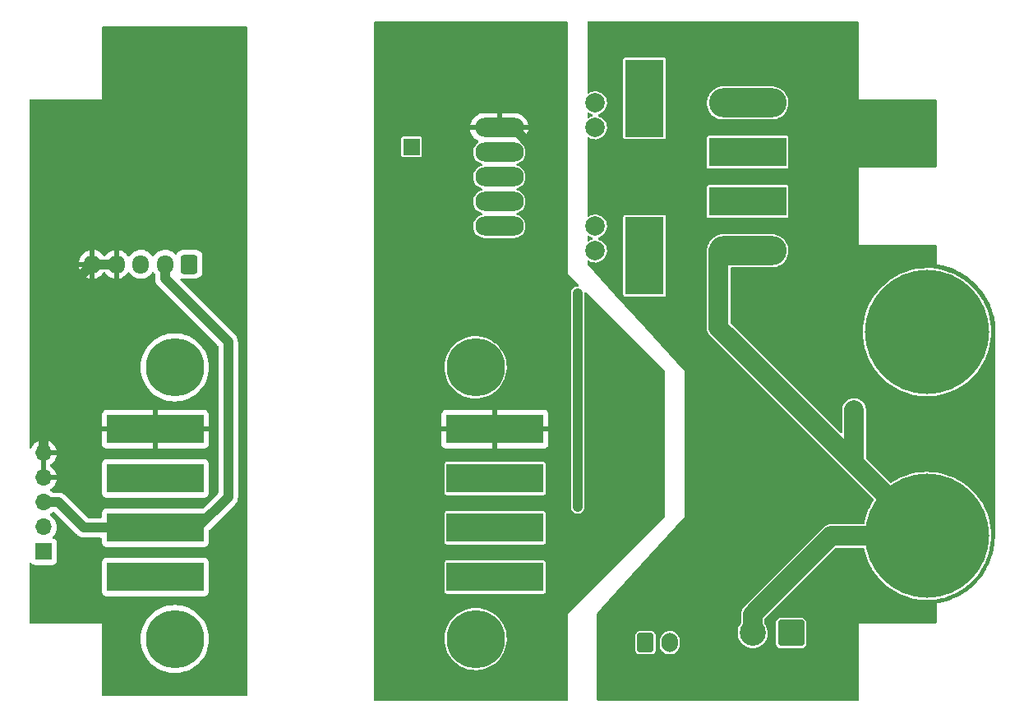
<source format=gbr>
%TF.GenerationSoftware,KiCad,Pcbnew,6.0.1-79c1e3a40b~116~ubuntu20.04.1*%
%TF.CreationDate,2022-11-30T14:03:44+09:00*%
%TF.ProjectId,Voltage-sensor-mother-board,566f6c74-6167-4652-9d73-656e736f722d,3.0*%
%TF.SameCoordinates,Original*%
%TF.FileFunction,Copper,L2,Bot*%
%TF.FilePolarity,Positive*%
%FSLAX46Y46*%
G04 Gerber Fmt 4.6, Leading zero omitted, Abs format (unit mm)*
G04 Created by KiCad (PCBNEW 6.0.1-79c1e3a40b~116~ubuntu20.04.1) date 2022-11-30 14:03:44*
%MOMM*%
%LPD*%
G01*
G04 APERTURE LIST*
G04 Aperture macros list*
%AMRoundRect*
0 Rectangle with rounded corners*
0 $1 Rounding radius*
0 $2 $3 $4 $5 $6 $7 $8 $9 X,Y pos of 4 corners*
0 Add a 4 corners polygon primitive as box body*
4,1,4,$2,$3,$4,$5,$6,$7,$8,$9,$2,$3,0*
0 Add four circle primitives for the rounded corners*
1,1,$1+$1,$2,$3*
1,1,$1+$1,$4,$5*
1,1,$1+$1,$6,$7*
1,1,$1+$1,$8,$9*
0 Add four rect primitives between the rounded corners*
20,1,$1+$1,$2,$3,$4,$5,0*
20,1,$1+$1,$4,$5,$6,$7,0*
20,1,$1+$1,$6,$7,$8,$9,0*
20,1,$1+$1,$8,$9,$2,$3,0*%
G04 Aperture macros list end*
%TA.AperFunction,ComponentPad*%
%ADD10R,1.700000X1.700000*%
%TD*%
%TA.AperFunction,ComponentPad*%
%ADD11O,1.700000X1.700000*%
%TD*%
%TA.AperFunction,ComponentPad*%
%ADD12C,2.000000*%
%TD*%
%TA.AperFunction,ComponentPad*%
%ADD13O,5.000000X2.000000*%
%TD*%
%TA.AperFunction,ComponentPad*%
%ADD14O,8.000000X3.000000*%
%TD*%
%TA.AperFunction,ComponentPad*%
%ADD15R,4.000000X8.000000*%
%TD*%
%TA.AperFunction,ComponentPad*%
%ADD16R,8.000000X3.000000*%
%TD*%
%TA.AperFunction,ComponentPad*%
%ADD17RoundRect,0.250001X1.099999X1.099999X-1.099999X1.099999X-1.099999X-1.099999X1.099999X-1.099999X0*%
%TD*%
%TA.AperFunction,ComponentPad*%
%ADD18C,2.700000*%
%TD*%
%TA.AperFunction,ComponentPad*%
%ADD19C,6.000000*%
%TD*%
%TA.AperFunction,ComponentPad*%
%ADD20R,10.000000X3.000000*%
%TD*%
%TA.AperFunction,ConnectorPad*%
%ADD21C,12.800000*%
%TD*%
%TA.AperFunction,ComponentPad*%
%ADD22C,6.800000*%
%TD*%
%TA.AperFunction,ComponentPad*%
%ADD23RoundRect,0.250000X-0.600000X-0.750000X0.600000X-0.750000X0.600000X0.750000X-0.600000X0.750000X0*%
%TD*%
%TA.AperFunction,ComponentPad*%
%ADD24O,1.700000X2.000000*%
%TD*%
%TA.AperFunction,ComponentPad*%
%ADD25RoundRect,0.250000X0.600000X0.725000X-0.600000X0.725000X-0.600000X-0.725000X0.600000X-0.725000X0*%
%TD*%
%TA.AperFunction,ComponentPad*%
%ADD26O,1.700000X1.950000*%
%TD*%
%TA.AperFunction,ViaPad*%
%ADD27C,0.800000*%
%TD*%
%TA.AperFunction,Conductor*%
%ADD28C,2.000000*%
%TD*%
%TA.AperFunction,Conductor*%
%ADD29C,1.000000*%
%TD*%
G04 APERTURE END LIST*
D10*
%TO.P,J6,1,Pin_1*%
%TO.N,Net-(J6-Pad1)*%
X52000000Y-104620000D03*
D11*
%TO.P,J6,2,Pin_2*%
%TO.N,Net-(J6-Pad2)*%
X52000000Y-102080000D03*
%TO.P,J6,3,Pin_3*%
%TO.N,Net-(J6-Pad3)*%
X52000000Y-99540000D03*
%TO.P,J6,4,Pin_4*%
%TO.N,LVGND*%
X52000000Y-97000000D03*
%TO.P,J6,5,Pin_5*%
X52000000Y-94460000D03*
%TD*%
D12*
%TO.P,M1,*%
%TO.N,*%
X108825000Y-60920000D03*
X108825000Y-73620000D03*
X108825000Y-71080000D03*
X108825000Y-58380000D03*
D13*
%TO.P,M1,1,VSS*%
%TO.N,Net-(C1-Pad1)*%
X98935000Y-71080000D03*
%TO.P,M1,2,SCL*%
%TO.N,Net-(M1-Pad2)*%
X98935000Y-68540000D03*
%TO.P,M1,3,SDA*%
%TO.N,Net-(M1-Pad3)*%
X98935000Y-66000000D03*
%TO.P,M1,4,AL*%
%TO.N,Net-(J5-Pad1)*%
X98935000Y-63460000D03*
%TO.P,M1,5,GND*%
%TO.N,HVGND*%
X98935000Y-60920000D03*
D14*
%TO.P,M1,6,V-(GND)*%
%TO.N,VBAT-*%
X124525000Y-73620000D03*
D15*
%TO.P,M1,7,ISENSE-*%
%TO.N,unconnected-(M1-Pad7)*%
X113905000Y-74112000D03*
D16*
X124525000Y-68540000D03*
%TO.P,M1,8,ISENSE+*%
%TO.N,unconnected-(M1-Pad8)*%
X124525000Y-63460000D03*
D15*
X113905000Y-57888000D03*
D14*
%TO.P,M1,9,V+*%
%TO.N,VBAT+*%
X124525000Y-58380000D03*
%TD*%
D10*
%TO.P,J5,1,Pin_1*%
%TO.N,Net-(J5-Pad1)*%
X89905000Y-62888000D03*
%TD*%
D17*
%TO.P,J3,1,Pin_1*%
%TO.N,VBAT+*%
X129000000Y-113000000D03*
D18*
%TO.P,J3,2,Pin_2*%
%TO.N,VBAT-*%
X125040000Y-113000000D03*
%TD*%
D19*
%TO.P,U2,*%
%TO.N,*%
X96500000Y-85620000D03*
X65500000Y-113620000D03*
X96500000Y-113620000D03*
X65500000Y-85620000D03*
D20*
%TO.P,U2,1,VCC1*%
%TO.N,Net-(J6-Pad1)*%
X63500000Y-107240000D03*
%TO.P,U2,2,SDA1*%
%TO.N,Net-(J6-Pad3)*%
X63500000Y-102160000D03*
%TO.P,U2,3,SCL1*%
%TO.N,Net-(J6-Pad2)*%
X63500000Y-97080000D03*
%TO.P,U2,4,GND1*%
%TO.N,LVGND*%
X63500000Y-92000000D03*
%TO.P,U2,5,VCC2*%
%TO.N,Net-(C1-Pad1)*%
X98500000Y-107240000D03*
%TO.P,U2,6,SDA2*%
%TO.N,Net-(M1-Pad3)*%
X98500000Y-102160000D03*
%TO.P,U2,7,SCL2*%
%TO.N,Net-(M1-Pad2)*%
X98500000Y-97080000D03*
%TO.P,U2,8,GND2*%
%TO.N,HVGND*%
X98500000Y-92000000D03*
%TD*%
D21*
%TO.P,J2,1,Pin_1*%
%TO.N,VBAT-*%
X143000000Y-103000000D03*
D22*
X143000000Y-103000000D03*
%TD*%
D23*
%TO.P,J4,1,Pin_1*%
%TO.N,Net-(J4-Pad1)*%
X114000000Y-114000000D03*
D24*
%TO.P,J4,2,Pin_2*%
%TO.N,VBAT-*%
X116500000Y-114000000D03*
%TD*%
D22*
%TO.P,J1,1,Pin_1*%
%TO.N,VBAT+*%
X143000000Y-82000000D03*
D21*
X143000000Y-82000000D03*
%TD*%
D25*
%TO.P,J7,1,Pin_1*%
%TO.N,Net-(J6-Pad1)*%
X67000000Y-75000000D03*
D26*
%TO.P,J7,2,Pin_2*%
%TO.N,Net-(J6-Pad3)*%
X64500000Y-75000000D03*
%TO.P,J7,3,Pin_3*%
%TO.N,Net-(J6-Pad2)*%
X62000000Y-75000000D03*
%TO.P,J7,4,Pin_4*%
%TO.N,LVGND*%
X59500000Y-75000000D03*
%TO.P,J7,5,Pin_5*%
X57000000Y-75000000D03*
%TD*%
D27*
%TO.N,VBAT-*%
X135500000Y-90000000D03*
%TO.N,Net-(C1-Pad1)*%
X107000000Y-86000000D03*
X107000000Y-78000000D03*
X107000000Y-100000000D03*
%TO.N,LVGND*%
X60000000Y-118000000D03*
X57000000Y-100000000D03*
%TO.N,HVGND*%
X105000000Y-79000000D03*
%TD*%
D28*
%TO.N,VBAT-*%
X125040000Y-111090812D02*
X133130812Y-103000000D01*
X135500000Y-95500000D02*
X143000000Y-103000000D01*
X143000000Y-103000000D02*
X121525000Y-81525000D01*
X125040000Y-113000000D02*
X125040000Y-111090812D01*
X135500000Y-90000000D02*
X135500000Y-95500000D01*
X121525000Y-81525000D02*
X121525000Y-73620000D01*
X133130812Y-103000000D02*
X143000000Y-103000000D01*
D29*
%TO.N,Net-(J6-Pad3)*%
X53540000Y-99540000D02*
X56160000Y-102160000D01*
X71000000Y-99000000D02*
X67840000Y-102160000D01*
X71000000Y-83000000D02*
X71000000Y-99000000D01*
X56160000Y-102160000D02*
X66700000Y-102160000D01*
X64500000Y-76500000D02*
X71000000Y-83000000D01*
X52000000Y-99540000D02*
X53540000Y-99540000D01*
X67840000Y-102160000D02*
X66700000Y-102160000D01*
X64500000Y-75000000D02*
X64500000Y-76500000D01*
%TO.N,Net-(C1-Pad1)*%
X107000000Y-86000000D02*
X107000000Y-100000000D01*
X107000000Y-78000000D02*
X107000000Y-86000000D01*
%TO.N,LVGND*%
X52000000Y-80000000D02*
X57000000Y-75000000D01*
X57000000Y-75000000D02*
X59500000Y-75000000D01*
X52000000Y-94460000D02*
X52000000Y-80000000D01*
%TO.N,HVGND*%
X105000000Y-79000000D02*
X105000000Y-65621516D01*
X99935000Y-60920000D02*
X100298484Y-60920000D01*
X105000000Y-65621516D02*
X100298484Y-60920000D01*
%TD*%
%TA.AperFunction,NonConductor*%
G36*
X108196002Y-59403649D02*
G01*
X108249717Y-59439540D01*
X108255020Y-59441818D01*
X108255023Y-59441820D01*
X108352674Y-59483774D01*
X108452436Y-59526635D01*
X108458071Y-59527910D01*
X108458074Y-59527911D01*
X108459484Y-59528230D01*
X108460083Y-59528564D01*
X108463562Y-59529694D01*
X108463340Y-59530377D01*
X108521511Y-59562772D01*
X108555016Y-59625366D01*
X108549362Y-59696137D01*
X108506344Y-59752616D01*
X108475287Y-59769335D01*
X108311376Y-59829804D01*
X108311368Y-59829808D01*
X108305957Y-59831804D01*
X108198323Y-59895840D01*
X108190423Y-59900540D01*
X108121653Y-59918180D01*
X108054263Y-59895840D01*
X108009649Y-59840612D01*
X108000000Y-59792255D01*
X108000000Y-59508414D01*
X108020002Y-59440293D01*
X108073658Y-59393800D01*
X108143932Y-59383696D01*
X108196002Y-59403649D01*
G37*
%TD.AperFunction*%
%TA.AperFunction,NonConductor*%
G36*
X108196002Y-72103649D02*
G01*
X108249717Y-72139540D01*
X108255020Y-72141818D01*
X108255023Y-72141820D01*
X108442930Y-72222551D01*
X108452436Y-72226635D01*
X108458071Y-72227910D01*
X108458074Y-72227911D01*
X108459484Y-72228230D01*
X108460083Y-72228564D01*
X108463562Y-72229694D01*
X108463340Y-72230377D01*
X108521511Y-72262772D01*
X108555016Y-72325366D01*
X108549362Y-72396137D01*
X108506344Y-72452616D01*
X108475287Y-72469335D01*
X108311376Y-72529804D01*
X108311368Y-72529808D01*
X108305957Y-72531804D01*
X108198323Y-72595840D01*
X108190423Y-72600540D01*
X108121653Y-72618180D01*
X108054263Y-72595840D01*
X108009649Y-72540612D01*
X108000000Y-72492255D01*
X108000000Y-72208414D01*
X108020002Y-72140293D01*
X108073658Y-72093800D01*
X108143932Y-72083696D01*
X108196002Y-72103649D01*
G37*
%TD.AperFunction*%
%TA.AperFunction,NonConductor*%
G36*
X135942121Y-50020502D02*
G01*
X135988614Y-50074158D01*
X136000000Y-50126500D01*
X136000000Y-58000000D01*
X143873500Y-58000000D01*
X143941621Y-58020002D01*
X143988114Y-58073658D01*
X143999500Y-58126000D01*
X143999500Y-64874000D01*
X143979498Y-64942121D01*
X143925842Y-64988614D01*
X143873500Y-65000000D01*
X136000000Y-65000000D01*
X136000000Y-73000000D01*
X143873500Y-73000000D01*
X143941621Y-73020002D01*
X143988114Y-73073658D01*
X143999500Y-73126000D01*
X143999500Y-74999864D01*
X143999464Y-74999925D01*
X143999500Y-75000066D01*
X143999500Y-75000100D01*
X143999523Y-75000157D01*
X143999567Y-75000327D01*
X143999602Y-75000348D01*
X143999617Y-75000384D01*
X143999769Y-75000447D01*
X143999923Y-75000538D01*
X143999965Y-75000527D01*
X144000000Y-75000542D01*
X144000052Y-75000520D01*
X144124710Y-75022901D01*
X144234301Y-75042577D01*
X144234562Y-75042624D01*
X144500971Y-75091034D01*
X144509495Y-75092890D01*
X144756476Y-75155730D01*
X144757154Y-75155905D01*
X144854578Y-75181348D01*
X145005134Y-75220668D01*
X145013008Y-75223001D01*
X145086659Y-75247461D01*
X145257534Y-75304210D01*
X145258628Y-75304580D01*
X145473270Y-75378379D01*
X145498379Y-75387012D01*
X145505564Y-75389731D01*
X145744689Y-75488625D01*
X145746330Y-75489317D01*
X145933101Y-75569799D01*
X145978024Y-75589157D01*
X145984510Y-75592173D01*
X146216591Y-75708213D01*
X146218631Y-75709258D01*
X146327551Y-75766320D01*
X146441486Y-75826009D01*
X146447257Y-75829228D01*
X146670868Y-75961796D01*
X146673199Y-75963216D01*
X146791623Y-76037178D01*
X146886259Y-76096284D01*
X146891348Y-76099636D01*
X147105000Y-76247898D01*
X147107803Y-76249900D01*
X147309967Y-76398539D01*
X147314375Y-76401933D01*
X147424571Y-76490706D01*
X147517019Y-76565183D01*
X147520014Y-76567674D01*
X147661581Y-76689279D01*
X147710283Y-76731114D01*
X147714035Y-76734470D01*
X147904542Y-76911820D01*
X147907783Y-76914948D01*
X148085052Y-77092217D01*
X148088180Y-77095458D01*
X148265530Y-77285965D01*
X148268886Y-77289717D01*
X148432326Y-77479986D01*
X148434817Y-77482981D01*
X148509294Y-77575429D01*
X148598067Y-77685625D01*
X148601461Y-77690033D01*
X148750100Y-77892197D01*
X148752102Y-77895000D01*
X148900364Y-78108652D01*
X148903716Y-78113741D01*
X148943888Y-78178061D01*
X149036784Y-78326801D01*
X149038204Y-78329132D01*
X149170765Y-78552730D01*
X149173991Y-78558514D01*
X149233680Y-78672449D01*
X149242577Y-78689430D01*
X149290721Y-78781328D01*
X149291787Y-78783409D01*
X149407827Y-79015490D01*
X149410843Y-79021975D01*
X149483146Y-79189765D01*
X149510669Y-79253637D01*
X149511390Y-79255346D01*
X149610269Y-79494435D01*
X149612988Y-79501620D01*
X149662580Y-79645855D01*
X149695393Y-79741291D01*
X149695817Y-79742546D01*
X149776999Y-79986992D01*
X149779332Y-79994866D01*
X149844081Y-80242792D01*
X149844279Y-80243562D01*
X149907108Y-80490497D01*
X149908963Y-80499012D01*
X149957374Y-80765429D01*
X149957421Y-80765689D01*
X149997517Y-80989016D01*
X149999500Y-81011282D01*
X149999500Y-102997745D01*
X149999460Y-102999998D01*
X149999459Y-103000000D01*
X149999460Y-103000002D01*
X149999420Y-103002245D01*
X149990005Y-103265678D01*
X149989996Y-103265915D01*
X149981131Y-103501567D01*
X149980497Y-103510308D01*
X149952503Y-103770517D01*
X149952425Y-103771222D01*
X149925170Y-104011809D01*
X149923966Y-104020012D01*
X149877688Y-104276346D01*
X149877473Y-104277510D01*
X149831990Y-104516567D01*
X149830291Y-104524197D01*
X149765966Y-104776057D01*
X149765555Y-104777622D01*
X149754571Y-104818387D01*
X149702105Y-105013086D01*
X149699989Y-105020117D01*
X149617932Y-105266491D01*
X149617241Y-105268508D01*
X149536205Y-105498746D01*
X149533753Y-105505149D01*
X149434365Y-105744926D01*
X149433382Y-105747229D01*
X149369978Y-105891673D01*
X149335194Y-105970916D01*
X149332476Y-105976705D01*
X149216294Y-106208637D01*
X149214881Y-106211373D01*
X149100148Y-106427081D01*
X149097245Y-106432242D01*
X148964837Y-106655233D01*
X148963033Y-106658177D01*
X148832330Y-106864793D01*
X148829342Y-106869298D01*
X148725201Y-107019167D01*
X148681395Y-107082208D01*
X148679045Y-107085477D01*
X148607423Y-107181825D01*
X148533186Y-107281691D01*
X148530153Y-107285607D01*
X148367402Y-107487389D01*
X148364515Y-107490840D01*
X148204354Y-107675508D01*
X148201345Y-107678855D01*
X148024619Y-107868492D01*
X148021156Y-107872064D01*
X147847562Y-108044186D01*
X147844658Y-108046975D01*
X147654839Y-108223520D01*
X147650770Y-108227144D01*
X147464747Y-108385726D01*
X147462011Y-108387992D01*
X147260000Y-108550594D01*
X147255350Y-108554161D01*
X147057991Y-108698280D01*
X147055518Y-108700039D01*
X146842336Y-108847861D01*
X146836990Y-108851371D01*
X146629471Y-108980185D01*
X146627243Y-108981536D01*
X146495979Y-109059303D01*
X146403986Y-109113803D01*
X146398003Y-109117132D01*
X146181526Y-109229920D01*
X146179627Y-109230889D01*
X145947330Y-109346965D01*
X145940669Y-109350054D01*
X145716641Y-109446125D01*
X145715113Y-109446768D01*
X145474812Y-109546096D01*
X145467515Y-109548851D01*
X145237161Y-109627730D01*
X145236397Y-109627988D01*
X145086872Y-109677623D01*
X144988950Y-109710128D01*
X144981001Y-109712479D01*
X144746772Y-109773463D01*
X144746084Y-109773640D01*
X144652440Y-109797458D01*
X144492348Y-109838177D01*
X144483827Y-109840032D01*
X144251651Y-109882161D01*
X143990007Y-109929129D01*
X143989948Y-109929105D01*
X143989910Y-109929121D01*
X143989872Y-109929111D01*
X143989730Y-109929195D01*
X143989566Y-109929263D01*
X143989550Y-109929302D01*
X143989516Y-109929322D01*
X143989474Y-109929487D01*
X143989449Y-109929547D01*
X143989449Y-109929583D01*
X143989413Y-109929724D01*
X143989449Y-109929785D01*
X143990565Y-111048351D01*
X143991389Y-111873874D01*
X143971455Y-111942015D01*
X143917846Y-111988561D01*
X143865389Y-112000000D01*
X136000000Y-112000000D01*
X136000000Y-119873500D01*
X135979998Y-119941621D01*
X135926342Y-119988114D01*
X135874000Y-119999500D01*
X109126000Y-119999500D01*
X109057879Y-119979498D01*
X109011386Y-119925842D01*
X109000000Y-119873500D01*
X109000000Y-114803834D01*
X112949500Y-114803834D01*
X112952481Y-114835369D01*
X112997366Y-114963184D01*
X113002958Y-114970754D01*
X113002959Y-114970757D01*
X113051246Y-115036131D01*
X113077850Y-115072150D01*
X113085421Y-115077742D01*
X113179243Y-115147041D01*
X113179246Y-115147042D01*
X113186816Y-115152634D01*
X113314631Y-115197519D01*
X113322277Y-115198242D01*
X113322278Y-115198242D01*
X113328248Y-115198806D01*
X113346166Y-115200500D01*
X114653834Y-115200500D01*
X114671752Y-115198806D01*
X114677722Y-115198242D01*
X114677723Y-115198242D01*
X114685369Y-115197519D01*
X114813184Y-115152634D01*
X114820754Y-115147042D01*
X114820757Y-115147041D01*
X114914579Y-115077742D01*
X114922150Y-115072150D01*
X114948754Y-115036131D01*
X114997041Y-114970757D01*
X114997042Y-114970754D01*
X115002634Y-114963184D01*
X115047519Y-114835369D01*
X115050500Y-114803834D01*
X115050500Y-114201841D01*
X115449500Y-114201841D01*
X115464520Y-114355030D01*
X115524065Y-114552251D01*
X115620782Y-114734151D01*
X115675198Y-114800871D01*
X115747094Y-114889025D01*
X115747097Y-114889028D01*
X115750989Y-114893800D01*
X115755736Y-114897727D01*
X115755738Y-114897729D01*
X115904975Y-115021189D01*
X115904979Y-115021191D01*
X115909725Y-115025118D01*
X116090945Y-115123103D01*
X116287746Y-115184023D01*
X116293871Y-115184667D01*
X116293872Y-115184667D01*
X116486502Y-115204913D01*
X116486504Y-115204913D01*
X116492631Y-115205557D01*
X116580956Y-115197519D01*
X116691658Y-115187445D01*
X116691661Y-115187444D01*
X116697797Y-115186886D01*
X116895428Y-115128720D01*
X117077998Y-115033274D01*
X117082799Y-115029414D01*
X117082802Y-115029412D01*
X117233746Y-114908050D01*
X117233747Y-114908050D01*
X117238553Y-114904185D01*
X117370976Y-114746370D01*
X117373944Y-114740972D01*
X117373947Y-114740967D01*
X117467257Y-114571235D01*
X117470224Y-114565838D01*
X117526741Y-114387672D01*
X117530653Y-114375341D01*
X117532516Y-114369468D01*
X117533474Y-114360932D01*
X117550107Y-114212636D01*
X117550500Y-114209136D01*
X117550500Y-113798159D01*
X117535480Y-113644970D01*
X117475935Y-113447749D01*
X117379218Y-113265849D01*
X117290756Y-113157384D01*
X117252906Y-113110975D01*
X117252903Y-113110972D01*
X117249011Y-113106200D01*
X117175878Y-113045699D01*
X117095025Y-112978811D01*
X117095021Y-112978809D01*
X117090275Y-112974882D01*
X116909055Y-112876897D01*
X116712254Y-112815977D01*
X116706129Y-112815333D01*
X116706128Y-112815333D01*
X116513498Y-112795087D01*
X116513496Y-112795087D01*
X116507369Y-112794443D01*
X116426988Y-112801758D01*
X116308342Y-112812555D01*
X116308339Y-112812556D01*
X116302203Y-112813114D01*
X116104572Y-112871280D01*
X115922002Y-112966726D01*
X115917201Y-112970586D01*
X115917198Y-112970588D01*
X115844246Y-113029243D01*
X115761447Y-113095815D01*
X115629024Y-113253630D01*
X115626056Y-113259028D01*
X115626053Y-113259033D01*
X115619315Y-113271290D01*
X115529776Y-113434162D01*
X115467484Y-113630532D01*
X115466798Y-113636649D01*
X115466797Y-113636653D01*
X115459522Y-113701515D01*
X115449500Y-113790864D01*
X115449500Y-114201841D01*
X115050500Y-114201841D01*
X115050500Y-113196166D01*
X115047519Y-113164631D01*
X115002634Y-113036816D01*
X114997042Y-113029246D01*
X114997041Y-113029243D01*
X114927742Y-112935421D01*
X114922150Y-112927850D01*
X114905206Y-112915335D01*
X114820757Y-112852959D01*
X114820754Y-112852958D01*
X114813184Y-112847366D01*
X114685369Y-112802481D01*
X114677723Y-112801758D01*
X114677722Y-112801758D01*
X114671752Y-112801194D01*
X114653834Y-112799500D01*
X113346166Y-112799500D01*
X113328248Y-112801194D01*
X113322278Y-112801758D01*
X113322277Y-112801758D01*
X113314631Y-112802481D01*
X113186816Y-112847366D01*
X113179246Y-112852958D01*
X113179243Y-112852959D01*
X113094794Y-112915335D01*
X113077850Y-112927850D01*
X113072258Y-112935421D01*
X113002959Y-113029243D01*
X113002958Y-113029246D01*
X112997366Y-113036816D01*
X112952481Y-113164631D01*
X112949500Y-113196166D01*
X112949500Y-114803834D01*
X109000000Y-114803834D01*
X109000000Y-111048351D01*
X109020002Y-110980230D01*
X109032345Y-110964061D01*
X109504644Y-110439285D01*
X112634221Y-106961977D01*
X117987881Y-101013466D01*
X117987881Y-101013465D01*
X118000000Y-101000000D01*
X118000000Y-86000000D01*
X113960509Y-81556560D01*
X120319770Y-81556560D01*
X120322082Y-81576089D01*
X120330699Y-81648895D01*
X120331040Y-81652149D01*
X120339546Y-81744711D01*
X120341116Y-81750278D01*
X120341117Y-81750282D01*
X120341152Y-81750406D01*
X120345008Y-81769789D01*
X120345704Y-81775667D01*
X120347416Y-81781179D01*
X120373272Y-81864451D01*
X120374186Y-81867535D01*
X120399435Y-81957064D01*
X120401988Y-81962241D01*
X120401992Y-81962251D01*
X120402054Y-81962376D01*
X120409379Y-81980737D01*
X120411131Y-81986379D01*
X120453449Y-82066812D01*
X120454403Y-82068625D01*
X120455882Y-82071527D01*
X120497020Y-82154947D01*
X120500564Y-82159693D01*
X120511108Y-82176405D01*
X120513863Y-82181641D01*
X120517440Y-82186178D01*
X120571417Y-82254648D01*
X120573413Y-82257250D01*
X120629033Y-82331733D01*
X120654382Y-82355165D01*
X120692517Y-82390417D01*
X120696083Y-82393847D01*
X134583051Y-96280815D01*
X134594912Y-96294519D01*
X134604033Y-96306733D01*
X134608276Y-96310655D01*
X134667517Y-96365417D01*
X134671083Y-96368847D01*
X137485117Y-99182881D01*
X137519143Y-99245193D01*
X137514078Y-99316008D01*
X137503285Y-99338086D01*
X137351523Y-99584291D01*
X137252243Y-99745353D01*
X137252237Y-99745363D01*
X137250999Y-99747372D01*
X137249916Y-99749467D01*
X137249908Y-99749480D01*
X137130777Y-99979798D01*
X137023303Y-100187580D01*
X137022376Y-100189759D01*
X137022373Y-100189765D01*
X136856565Y-100579440D01*
X136829255Y-100643622D01*
X136669947Y-101112929D01*
X136546275Y-101592860D01*
X136545857Y-101595195D01*
X136527863Y-101695705D01*
X136496169Y-101759234D01*
X136435160Y-101795544D01*
X136403835Y-101799500D01*
X133175541Y-101799500D01*
X133167300Y-101799230D01*
X133150368Y-101798120D01*
X133099252Y-101794770D01*
X133006885Y-101805702D01*
X133003663Y-101806040D01*
X132911101Y-101814546D01*
X132905534Y-101816116D01*
X132905530Y-101816117D01*
X132905406Y-101816152D01*
X132886023Y-101820008D01*
X132885886Y-101820025D01*
X132880145Y-101820704D01*
X132791361Y-101848272D01*
X132788277Y-101849186D01*
X132698748Y-101874435D01*
X132693571Y-101876988D01*
X132693561Y-101876992D01*
X132693436Y-101877054D01*
X132675075Y-101884379D01*
X132674952Y-101884417D01*
X132674948Y-101884419D01*
X132669433Y-101886131D01*
X132587187Y-101929403D01*
X132584256Y-101930896D01*
X132500865Y-101972020D01*
X132496119Y-101975564D01*
X132479407Y-101986108D01*
X132474171Y-101988863D01*
X132469634Y-101992440D01*
X132401164Y-102046417D01*
X132398562Y-102048413D01*
X132324079Y-102104033D01*
X132265395Y-102167517D01*
X132261965Y-102171083D01*
X124222757Y-110210292D01*
X124216739Y-110215929D01*
X124165457Y-110260902D01*
X124161885Y-110265433D01*
X124107889Y-110333926D01*
X124105814Y-110336488D01*
X124046398Y-110407929D01*
X124043573Y-110412973D01*
X124043502Y-110413099D01*
X124032529Y-110429521D01*
X124032438Y-110429636D01*
X124032435Y-110429641D01*
X124028863Y-110434172D01*
X124026173Y-110439285D01*
X123985585Y-110516429D01*
X123984021Y-110519310D01*
X123938590Y-110600433D01*
X123936690Y-110606032D01*
X123928884Y-110624199D01*
X123926131Y-110629432D01*
X123924418Y-110634949D01*
X123898569Y-110718196D01*
X123897550Y-110721332D01*
X123867669Y-110809360D01*
X123866818Y-110815228D01*
X123862461Y-110834482D01*
X123862415Y-110834629D01*
X123862414Y-110834635D01*
X123860703Y-110840145D01*
X123860025Y-110845873D01*
X123860024Y-110845878D01*
X123849777Y-110932462D01*
X123849346Y-110935734D01*
X123845239Y-110964061D01*
X123836009Y-111027714D01*
X123836236Y-111033482D01*
X123839403Y-111114098D01*
X123839500Y-111119045D01*
X123839500Y-111971710D01*
X123819498Y-112039831D01*
X123809313Y-112053539D01*
X123781741Y-112085821D01*
X123654223Y-112293911D01*
X123652330Y-112298481D01*
X123652328Y-112298485D01*
X123562720Y-112514819D01*
X123562718Y-112514825D01*
X123560828Y-112519388D01*
X123503854Y-112756698D01*
X123503466Y-112761629D01*
X123486374Y-112978811D01*
X123484706Y-113000000D01*
X123503854Y-113243302D01*
X123533623Y-113367298D01*
X123554355Y-113453649D01*
X123560828Y-113480612D01*
X123562718Y-113485175D01*
X123562720Y-113485181D01*
X123631447Y-113651103D01*
X123654223Y-113706089D01*
X123781741Y-113914179D01*
X123940241Y-114099759D01*
X124125821Y-114258259D01*
X124333911Y-114385777D01*
X124338481Y-114387670D01*
X124338485Y-114387672D01*
X124554819Y-114477280D01*
X124554825Y-114477282D01*
X124559388Y-114479172D01*
X124564188Y-114480324D01*
X124564193Y-114480326D01*
X124670117Y-114505756D01*
X124796698Y-114536146D01*
X125040000Y-114555294D01*
X125283302Y-114536146D01*
X125409883Y-114505756D01*
X125515807Y-114480326D01*
X125515812Y-114480324D01*
X125520612Y-114479172D01*
X125525175Y-114477282D01*
X125525181Y-114477280D01*
X125741515Y-114387672D01*
X125741519Y-114387670D01*
X125746089Y-114385777D01*
X125954179Y-114258259D01*
X126139759Y-114099759D01*
X126298259Y-113914179D01*
X126425777Y-113706089D01*
X126448553Y-113651103D01*
X126517280Y-113485181D01*
X126517282Y-113485175D01*
X126519172Y-113480612D01*
X126525646Y-113453649D01*
X126546377Y-113367298D01*
X126576146Y-113243302D01*
X126595294Y-113000000D01*
X126593627Y-112978811D01*
X126576534Y-112761629D01*
X126576146Y-112756698D01*
X126519172Y-112519388D01*
X126517282Y-112514825D01*
X126517280Y-112514819D01*
X126427672Y-112298485D01*
X126427670Y-112298481D01*
X126425777Y-112293911D01*
X126298259Y-112085821D01*
X126270689Y-112053540D01*
X126241658Y-111988751D01*
X126240500Y-111971710D01*
X126240500Y-111846167D01*
X127449500Y-111846167D01*
X127449501Y-114153832D01*
X127452481Y-114185368D01*
X127455024Y-114192609D01*
X127455024Y-114192610D01*
X127478986Y-114260843D01*
X127497366Y-114313183D01*
X127577850Y-114422150D01*
X127686817Y-114502634D01*
X127695704Y-114505755D01*
X127695706Y-114505756D01*
X127778957Y-114534991D01*
X127814632Y-114547519D01*
X127822278Y-114548242D01*
X127822279Y-114548242D01*
X127828249Y-114548806D01*
X127846167Y-114550500D01*
X128999416Y-114550500D01*
X130153832Y-114550499D01*
X130156782Y-114550220D01*
X130156787Y-114550220D01*
X130167406Y-114549216D01*
X130185368Y-114547519D01*
X130192609Y-114544976D01*
X130192610Y-114544976D01*
X130304294Y-114505756D01*
X130304296Y-114505755D01*
X130313183Y-114502634D01*
X130422150Y-114422150D01*
X130502634Y-114313183D01*
X130521015Y-114260843D01*
X130544974Y-114192615D01*
X130547519Y-114185368D01*
X130550500Y-114153833D01*
X130550499Y-111846168D01*
X130547519Y-111814632D01*
X130502634Y-111686817D01*
X130422150Y-111577850D01*
X130313183Y-111497366D01*
X130304296Y-111494245D01*
X130304294Y-111494244D01*
X130192615Y-111455026D01*
X130185368Y-111452481D01*
X130177722Y-111451758D01*
X130177721Y-111451758D01*
X130171751Y-111451194D01*
X130153833Y-111449500D01*
X129000584Y-111449500D01*
X127846168Y-111449501D01*
X127843218Y-111449780D01*
X127843213Y-111449780D01*
X127832594Y-111450784D01*
X127814632Y-111452481D01*
X127807391Y-111455024D01*
X127807390Y-111455024D01*
X127695706Y-111494244D01*
X127695704Y-111494245D01*
X127686817Y-111497366D01*
X127577850Y-111577850D01*
X127497366Y-111686817D01*
X127452481Y-111814632D01*
X127449500Y-111846167D01*
X126240500Y-111846167D01*
X126240500Y-111640266D01*
X126260502Y-111572145D01*
X126277405Y-111551171D01*
X133591170Y-104237405D01*
X133653482Y-104203379D01*
X133680265Y-104200500D01*
X136405391Y-104200500D01*
X136473512Y-104220502D01*
X136520005Y-104274158D01*
X136528927Y-104301703D01*
X136543509Y-104374350D01*
X136577159Y-104541988D01*
X136577798Y-104544269D01*
X136698393Y-104974739D01*
X136710855Y-105019224D01*
X136711662Y-105021447D01*
X136808921Y-105289390D01*
X136879957Y-105485092D01*
X136880920Y-105487231D01*
X136880925Y-105487242D01*
X137000095Y-105751789D01*
X137083513Y-105936970D01*
X137320377Y-106372313D01*
X137359073Y-106432242D01*
X137587713Y-106786341D01*
X137589217Y-106788671D01*
X137888517Y-107183700D01*
X138216594Y-107555176D01*
X138571600Y-107901008D01*
X138573421Y-107902533D01*
X138573424Y-107902536D01*
X138636913Y-107955715D01*
X138951536Y-108219248D01*
X139354265Y-108508105D01*
X139777518Y-108765953D01*
X139779620Y-108767026D01*
X139779623Y-108767028D01*
X140042047Y-108901028D01*
X140218912Y-108991340D01*
X140221072Y-108992246D01*
X140221079Y-108992249D01*
X140586742Y-109145584D01*
X140675964Y-109182998D01*
X140678188Y-109183740D01*
X140678196Y-109183743D01*
X140959734Y-109277671D01*
X141146099Y-109339847D01*
X141626671Y-109461004D01*
X141628979Y-109461405D01*
X141628985Y-109461406D01*
X141896034Y-109507773D01*
X142114975Y-109545788D01*
X142117322Y-109546016D01*
X142117329Y-109546017D01*
X142605900Y-109593491D01*
X142605911Y-109593492D01*
X142608261Y-109593720D01*
X142610619Y-109593771D01*
X142610628Y-109593772D01*
X142901278Y-109600114D01*
X143103752Y-109604532D01*
X143335954Y-109592160D01*
X143596316Y-109578287D01*
X143596319Y-109578287D01*
X143598660Y-109578162D01*
X143862783Y-109544093D01*
X144087851Y-109515062D01*
X144087861Y-109515060D01*
X144090197Y-109514759D01*
X144575596Y-109414679D01*
X144577860Y-109414032D01*
X144577868Y-109414030D01*
X145049860Y-109279134D01*
X145049869Y-109279131D01*
X145052126Y-109278486D01*
X145054329Y-109277673D01*
X145054336Y-109277671D01*
X145514872Y-109107770D01*
X145514879Y-109107767D01*
X145517102Y-109106947D01*
X145967908Y-108901028D01*
X145969965Y-108899895D01*
X146399947Y-108663021D01*
X146399952Y-108663018D01*
X146402005Y-108661887D01*
X146403955Y-108660614D01*
X146403969Y-108660605D01*
X146814967Y-108392167D01*
X146816950Y-108390872D01*
X146818837Y-108389427D01*
X147208517Y-108090955D01*
X147208523Y-108090950D01*
X147210407Y-108089507D01*
X147580160Y-107759490D01*
X147581802Y-107757787D01*
X147922480Y-107404388D01*
X147922486Y-107404382D01*
X147924128Y-107402678D01*
X148189715Y-107082208D01*
X148238877Y-107022887D01*
X148238884Y-107022878D01*
X148240374Y-107021080D01*
X148403902Y-106790548D01*
X148525760Y-106618761D01*
X148525761Y-106618759D01*
X148527119Y-106616845D01*
X148782747Y-106192248D01*
X149005820Y-105749679D01*
X149195082Y-105291630D01*
X149349467Y-104820680D01*
X149468106Y-104339480D01*
X149550332Y-103850740D01*
X149557704Y-103770517D01*
X149595493Y-103359253D01*
X149595681Y-103357209D01*
X149605347Y-103000000D01*
X149605263Y-102997745D01*
X149586843Y-102507107D01*
X149586843Y-102507104D01*
X149586754Y-102504739D01*
X149531079Y-102012267D01*
X149438636Y-101525356D01*
X149309945Y-101046746D01*
X149145731Y-100579132D01*
X148946918Y-100125148D01*
X148714625Y-99687348D01*
X148450161Y-99268197D01*
X148448766Y-99266316D01*
X148448757Y-99266302D01*
X148156424Y-98871957D01*
X148155014Y-98870055D01*
X148039062Y-98735960D01*
X147832397Y-98496958D01*
X147832387Y-98496947D01*
X147830845Y-98495164D01*
X147479480Y-98145634D01*
X147102897Y-97823433D01*
X146703215Y-97530374D01*
X146660698Y-97503858D01*
X146284698Y-97269363D01*
X146284690Y-97269358D01*
X146282685Y-97268108D01*
X145843675Y-97038111D01*
X145449617Y-96867995D01*
X145390818Y-96842611D01*
X145390810Y-96842608D01*
X145388656Y-96841678D01*
X145154422Y-96760796D01*
X144922423Y-96680685D01*
X144922413Y-96680682D01*
X144920189Y-96679914D01*
X144917917Y-96679316D01*
X144917911Y-96679314D01*
X144443199Y-96554333D01*
X144443196Y-96554332D01*
X144440912Y-96553731D01*
X143953523Y-96463839D01*
X143951198Y-96463589D01*
X143951188Y-96463587D01*
X143463127Y-96410997D01*
X143463116Y-96410996D01*
X143460766Y-96410743D01*
X143458389Y-96410666D01*
X143458386Y-96410666D01*
X142967775Y-96394820D01*
X142967769Y-96394820D01*
X142965415Y-96394744D01*
X142470258Y-96415930D01*
X142241483Y-96443007D01*
X141980421Y-96473905D01*
X141980411Y-96473907D01*
X141978084Y-96474182D01*
X141975771Y-96474634D01*
X141975769Y-96474634D01*
X141493977Y-96568722D01*
X141493974Y-96568723D01*
X141491663Y-96569174D01*
X141013734Y-96700369D01*
X141011512Y-96701163D01*
X141011507Y-96701164D01*
X140549227Y-96866229D01*
X140546987Y-96867029D01*
X140278731Y-96986183D01*
X140096230Y-97067247D01*
X140096225Y-97067250D01*
X140094049Y-97068216D01*
X140091957Y-97069340D01*
X140091949Y-97069344D01*
X139659556Y-97301677D01*
X139659542Y-97301685D01*
X139657471Y-97302798D01*
X139341816Y-97504279D01*
X139273635Y-97524070D01*
X139205577Y-97503858D01*
X139184930Y-97487166D01*
X136737405Y-95039641D01*
X136703379Y-94977329D01*
X136700500Y-94950546D01*
X136700500Y-89944030D01*
X136685454Y-89780289D01*
X136625565Y-89567936D01*
X136527980Y-89370053D01*
X136395967Y-89193267D01*
X136233949Y-89043499D01*
X136047350Y-88925764D01*
X135842421Y-88844006D01*
X135836761Y-88842880D01*
X135836757Y-88842879D01*
X135631691Y-88802089D01*
X135631688Y-88802089D01*
X135626024Y-88800962D01*
X135620249Y-88800886D01*
X135620245Y-88800886D01*
X135509504Y-88799437D01*
X135405406Y-88798074D01*
X135399709Y-88799053D01*
X135399708Y-88799053D01*
X135193654Y-88834459D01*
X135193653Y-88834459D01*
X135187957Y-88835438D01*
X134980957Y-88911804D01*
X134791341Y-89024614D01*
X134625457Y-89170090D01*
X134488863Y-89343360D01*
X134386131Y-89538620D01*
X134320703Y-89749333D01*
X134299500Y-89928476D01*
X134299500Y-92297546D01*
X134279498Y-92365667D01*
X134225842Y-92412160D01*
X134155568Y-92422264D01*
X134090988Y-92392770D01*
X134084405Y-92386641D01*
X123766933Y-82069170D01*
X136395015Y-82069170D01*
X136395128Y-82071521D01*
X136395128Y-82071527D01*
X136410611Y-82393847D01*
X136418794Y-82564208D01*
X136419084Y-82566554D01*
X136419085Y-82566564D01*
X136454518Y-82853075D01*
X136479622Y-83056071D01*
X136577159Y-83541988D01*
X136577798Y-83544269D01*
X136655234Y-83820680D01*
X136710855Y-84019224D01*
X136711662Y-84021447D01*
X136808921Y-84289390D01*
X136879957Y-84485092D01*
X136880920Y-84487231D01*
X136880925Y-84487242D01*
X137000095Y-84751789D01*
X137083513Y-84936970D01*
X137320377Y-85372313D01*
X137589217Y-85788671D01*
X137888517Y-86183700D01*
X138216594Y-86555176D01*
X138571600Y-86901008D01*
X138951536Y-87219248D01*
X139354265Y-87508105D01*
X139777518Y-87765953D01*
X139779620Y-87767026D01*
X139779623Y-87767028D01*
X140042047Y-87901028D01*
X140218912Y-87991340D01*
X140221072Y-87992246D01*
X140221079Y-87992249D01*
X140673789Y-88182086D01*
X140675964Y-88182998D01*
X140678188Y-88183740D01*
X140678196Y-88183743D01*
X140959734Y-88277671D01*
X141146099Y-88339847D01*
X141626671Y-88461004D01*
X141628979Y-88461405D01*
X141628985Y-88461406D01*
X141896034Y-88507773D01*
X142114975Y-88545788D01*
X142117322Y-88546016D01*
X142117329Y-88546017D01*
X142605900Y-88593491D01*
X142605911Y-88593492D01*
X142608261Y-88593720D01*
X142610619Y-88593771D01*
X142610628Y-88593772D01*
X142901278Y-88600114D01*
X143103752Y-88604532D01*
X143335954Y-88592160D01*
X143596316Y-88578287D01*
X143596319Y-88578287D01*
X143598660Y-88578162D01*
X143862783Y-88544093D01*
X144087851Y-88515062D01*
X144087861Y-88515060D01*
X144090197Y-88514759D01*
X144575596Y-88414679D01*
X144577860Y-88414032D01*
X144577868Y-88414030D01*
X145049860Y-88279134D01*
X145049869Y-88279131D01*
X145052126Y-88278486D01*
X145054329Y-88277673D01*
X145054336Y-88277671D01*
X145514872Y-88107770D01*
X145514879Y-88107767D01*
X145517102Y-88106947D01*
X145967908Y-87901028D01*
X145969965Y-87899895D01*
X146399947Y-87663021D01*
X146399952Y-87663018D01*
X146402005Y-87661887D01*
X146403955Y-87660614D01*
X146403969Y-87660605D01*
X146814967Y-87392167D01*
X146816950Y-87390872D01*
X147039227Y-87220621D01*
X147208517Y-87090955D01*
X147208523Y-87090950D01*
X147210407Y-87089507D01*
X147580160Y-86759490D01*
X147775528Y-86556827D01*
X147922480Y-86404388D01*
X147922486Y-86404382D01*
X147924128Y-86402678D01*
X148107158Y-86181825D01*
X148238877Y-86022887D01*
X148238884Y-86022878D01*
X148240374Y-86021080D01*
X148527119Y-85616845D01*
X148782747Y-85192248D01*
X149005820Y-84749679D01*
X149195082Y-84291630D01*
X149349467Y-83820680D01*
X149468106Y-83339480D01*
X149550332Y-82850740D01*
X149595681Y-82357209D01*
X149605347Y-82000000D01*
X149604629Y-81980860D01*
X149586843Y-81507107D01*
X149586843Y-81507104D01*
X149586754Y-81504739D01*
X149531079Y-81012267D01*
X149438636Y-80525356D01*
X149309945Y-80046746D01*
X149145731Y-79579132D01*
X148946918Y-79125148D01*
X148800046Y-78848340D01*
X148715730Y-78689430D01*
X148715726Y-78689424D01*
X148714625Y-78687348D01*
X148705225Y-78672449D01*
X148477352Y-78311293D01*
X148450161Y-78268197D01*
X148448766Y-78266316D01*
X148448757Y-78266302D01*
X148156424Y-77871957D01*
X148155014Y-77870055D01*
X147876366Y-77547807D01*
X147832397Y-77496958D01*
X147832387Y-77496947D01*
X147830845Y-77495164D01*
X147479480Y-77145634D01*
X147102897Y-76823433D01*
X146874492Y-76655959D01*
X146705137Y-76531783D01*
X146705132Y-76531780D01*
X146703215Y-76530374D01*
X146701187Y-76529109D01*
X146284698Y-76269363D01*
X146284690Y-76269358D01*
X146282685Y-76268108D01*
X145843675Y-76038111D01*
X145449617Y-75867995D01*
X145390818Y-75842611D01*
X145390810Y-75842608D01*
X145388656Y-75841678D01*
X145154423Y-75760796D01*
X144922423Y-75680685D01*
X144922413Y-75680682D01*
X144920189Y-75679914D01*
X144917917Y-75679316D01*
X144917911Y-75679314D01*
X144443199Y-75554333D01*
X144443196Y-75554332D01*
X144440912Y-75553731D01*
X143953523Y-75463839D01*
X143951198Y-75463589D01*
X143951188Y-75463587D01*
X143463127Y-75410997D01*
X143463116Y-75410996D01*
X143460766Y-75410743D01*
X143458389Y-75410666D01*
X143458386Y-75410666D01*
X142967775Y-75394820D01*
X142967769Y-75394820D01*
X142965415Y-75394744D01*
X142470258Y-75415930D01*
X142241483Y-75443007D01*
X141980421Y-75473905D01*
X141980411Y-75473907D01*
X141978084Y-75474182D01*
X141975771Y-75474634D01*
X141975769Y-75474634D01*
X141493977Y-75568722D01*
X141493974Y-75568723D01*
X141491663Y-75569174D01*
X141013734Y-75700369D01*
X141011512Y-75701163D01*
X141011507Y-75701164D01*
X140549227Y-75866229D01*
X140546987Y-75867029D01*
X140278732Y-75986183D01*
X140096230Y-76067247D01*
X140096225Y-76067250D01*
X140094049Y-76068216D01*
X140091957Y-76069340D01*
X140091949Y-76069344D01*
X139659556Y-76301677D01*
X139659542Y-76301685D01*
X139657471Y-76302798D01*
X139239711Y-76569453D01*
X138843120Y-76866681D01*
X138469932Y-77192808D01*
X138468282Y-77194484D01*
X138468280Y-77194486D01*
X138123911Y-77544307D01*
X138123903Y-77544316D01*
X138122246Y-77545999D01*
X138120721Y-77547801D01*
X138120715Y-77547807D01*
X137886466Y-77824513D01*
X137802021Y-77924264D01*
X137800639Y-77926169D01*
X137800634Y-77926176D01*
X137617173Y-78179153D01*
X137511059Y-78325474D01*
X137509824Y-78327477D01*
X137509819Y-78327485D01*
X137252243Y-78745353D01*
X137252237Y-78745363D01*
X137250999Y-78747372D01*
X137249916Y-78749467D01*
X137249908Y-78749480D01*
X137233435Y-78781328D01*
X137023303Y-79187580D01*
X137022376Y-79189759D01*
X137022373Y-79189765D01*
X136856696Y-79579132D01*
X136829255Y-79643622D01*
X136669947Y-80112929D01*
X136669358Y-80115214D01*
X136669357Y-80115218D01*
X136582015Y-80454165D01*
X136546275Y-80592860D01*
X136458936Y-81080713D01*
X136458696Y-81083060D01*
X136415733Y-81502381D01*
X136408421Y-81573742D01*
X136408358Y-81576076D01*
X136408357Y-81576089D01*
X136400513Y-81865994D01*
X136395015Y-82069170D01*
X123766933Y-82069170D01*
X122762405Y-81064642D01*
X122728379Y-81002330D01*
X122725500Y-80975547D01*
X122725500Y-75446500D01*
X122745502Y-75378379D01*
X122799158Y-75331886D01*
X122851500Y-75320500D01*
X127090782Y-75320500D01*
X127093161Y-75320319D01*
X127093162Y-75320319D01*
X127278209Y-75306243D01*
X127278214Y-75306242D01*
X127282976Y-75305880D01*
X127287630Y-75304801D01*
X127287632Y-75304801D01*
X127530351Y-75248542D01*
X127530350Y-75248542D01*
X127535015Y-75247461D01*
X127775318Y-75151590D01*
X127998354Y-75020473D01*
X128002065Y-75017452D01*
X128002069Y-75017449D01*
X128195279Y-74860151D01*
X128198991Y-74857129D01*
X128372613Y-74665315D01*
X128515222Y-74449447D01*
X128536634Y-74403002D01*
X128621532Y-74218843D01*
X128621533Y-74218840D01*
X128623538Y-74214491D01*
X128695068Y-73965855D01*
X128728167Y-73709259D01*
X128722071Y-73450610D01*
X128707718Y-73369622D01*
X128677756Y-73200562D01*
X128677755Y-73200558D01*
X128676922Y-73195858D01*
X128672474Y-73182753D01*
X128609461Y-72997124D01*
X128593759Y-72950867D01*
X128474495Y-72721275D01*
X128321875Y-72512364D01*
X128139411Y-72328942D01*
X128135565Y-72326101D01*
X128135560Y-72326097D01*
X127935154Y-72178075D01*
X127935153Y-72178074D01*
X127931302Y-72175230D01*
X127927072Y-72173004D01*
X127927068Y-72173002D01*
X127706574Y-72056995D01*
X127706572Y-72056994D01*
X127702337Y-72054766D01*
X127457785Y-71970321D01*
X127250796Y-71932518D01*
X127207244Y-71924564D01*
X127207243Y-71924564D01*
X127203274Y-71923839D01*
X127120481Y-71919500D01*
X121959218Y-71919500D01*
X121956839Y-71919681D01*
X121956838Y-71919681D01*
X121771791Y-71933757D01*
X121771786Y-71933758D01*
X121767024Y-71934120D01*
X121762370Y-71935199D01*
X121762368Y-71935199D01*
X121614551Y-71969461D01*
X121514985Y-71992539D01*
X121274682Y-72088410D01*
X121051646Y-72219527D01*
X121047935Y-72222548D01*
X121047931Y-72222551D01*
X120913083Y-72332335D01*
X120851009Y-72382871D01*
X120677387Y-72574685D01*
X120534778Y-72790553D01*
X120532777Y-72794893D01*
X120532775Y-72794897D01*
X120428468Y-73021157D01*
X120426462Y-73025509D01*
X120354932Y-73274145D01*
X120321833Y-73530741D01*
X120321946Y-73535518D01*
X120324465Y-73642415D01*
X120324500Y-73645384D01*
X120324500Y-81480271D01*
X120324230Y-81488512D01*
X120319770Y-81556560D01*
X113960509Y-81556560D01*
X110847044Y-78131748D01*
X111704500Y-78131748D01*
X111716133Y-78190231D01*
X111760448Y-78256552D01*
X111826769Y-78300867D01*
X111838938Y-78303288D01*
X111838939Y-78303288D01*
X111879184Y-78311293D01*
X111885252Y-78312500D01*
X115924748Y-78312500D01*
X115930816Y-78311293D01*
X115971061Y-78303288D01*
X115971062Y-78303288D01*
X115983231Y-78300867D01*
X116049552Y-78256552D01*
X116093867Y-78190231D01*
X116105500Y-78131748D01*
X116105500Y-70092252D01*
X116099035Y-70059748D01*
X120324500Y-70059748D01*
X120336133Y-70118231D01*
X120380448Y-70184552D01*
X120446769Y-70228867D01*
X120458938Y-70231288D01*
X120458939Y-70231288D01*
X120499184Y-70239293D01*
X120505252Y-70240500D01*
X128544748Y-70240500D01*
X128550816Y-70239293D01*
X128591061Y-70231288D01*
X128591062Y-70231288D01*
X128603231Y-70228867D01*
X128669552Y-70184552D01*
X128713867Y-70118231D01*
X128725500Y-70059748D01*
X128725500Y-67020252D01*
X128713867Y-66961769D01*
X128669552Y-66895448D01*
X128603231Y-66851133D01*
X128591062Y-66848712D01*
X128591061Y-66848712D01*
X128550816Y-66840707D01*
X128544748Y-66839500D01*
X120505252Y-66839500D01*
X120499184Y-66840707D01*
X120458939Y-66848712D01*
X120458938Y-66848712D01*
X120446769Y-66851133D01*
X120380448Y-66895448D01*
X120336133Y-66961769D01*
X120324500Y-67020252D01*
X120324500Y-70059748D01*
X116099035Y-70059748D01*
X116093867Y-70033769D01*
X116049552Y-69967448D01*
X115983231Y-69923133D01*
X115971062Y-69920712D01*
X115971061Y-69920712D01*
X115930816Y-69912707D01*
X115924748Y-69911500D01*
X111885252Y-69911500D01*
X111879184Y-69912707D01*
X111838939Y-69920712D01*
X111838938Y-69920712D01*
X111826769Y-69923133D01*
X111760448Y-69967448D01*
X111716133Y-70033769D01*
X111704500Y-70092252D01*
X111704500Y-78131748D01*
X110847044Y-78131748D01*
X108032768Y-75036045D01*
X108001745Y-74972185D01*
X108000000Y-74951288D01*
X108000000Y-74748414D01*
X108020002Y-74680293D01*
X108073658Y-74633800D01*
X108143932Y-74623696D01*
X108196002Y-74643649D01*
X108249717Y-74679540D01*
X108255020Y-74681818D01*
X108255023Y-74681820D01*
X108410025Y-74748414D01*
X108452436Y-74766635D01*
X108532088Y-74784658D01*
X108661995Y-74814054D01*
X108662001Y-74814055D01*
X108667632Y-74815329D01*
X108673403Y-74815556D01*
X108673405Y-74815556D01*
X108741211Y-74818220D01*
X108888098Y-74823991D01*
X108997275Y-74808161D01*
X109100738Y-74793160D01*
X109100743Y-74793159D01*
X109106452Y-74792331D01*
X109111916Y-74790476D01*
X109111921Y-74790475D01*
X109309907Y-74723268D01*
X109309912Y-74723266D01*
X109315379Y-74721410D01*
X109507884Y-74613602D01*
X109677518Y-74472518D01*
X109818602Y-74302884D01*
X109926410Y-74110379D01*
X109928266Y-74104912D01*
X109928268Y-74104907D01*
X109995475Y-73906921D01*
X109995476Y-73906916D01*
X109997331Y-73901452D01*
X109998159Y-73895743D01*
X109998160Y-73895738D01*
X110028458Y-73686772D01*
X110028991Y-73683098D01*
X110030643Y-73620000D01*
X110010454Y-73400289D01*
X109950565Y-73187936D01*
X109852980Y-72990053D01*
X109820552Y-72946626D01*
X109724420Y-72817891D01*
X109724420Y-72817890D01*
X109720967Y-72813267D01*
X109558949Y-72663499D01*
X109372350Y-72545764D01*
X109169955Y-72465017D01*
X109114096Y-72421196D01*
X109090795Y-72354132D01*
X109107451Y-72285117D01*
X109158775Y-72236063D01*
X109176144Y-72228674D01*
X109309907Y-72183268D01*
X109309912Y-72183266D01*
X109315379Y-72181410D01*
X109326415Y-72175230D01*
X109454231Y-72103649D01*
X109507884Y-72073602D01*
X109532413Y-72053202D01*
X109673086Y-71936204D01*
X109677518Y-71932518D01*
X109818602Y-71762884D01*
X109926410Y-71570379D01*
X109928266Y-71564912D01*
X109928268Y-71564907D01*
X109995475Y-71366921D01*
X109995476Y-71366916D01*
X109997331Y-71361452D01*
X109998159Y-71355743D01*
X109998160Y-71355738D01*
X110028458Y-71146772D01*
X110028991Y-71143098D01*
X110030643Y-71080000D01*
X110010454Y-70860289D01*
X109950565Y-70647936D01*
X109852980Y-70450053D01*
X109720967Y-70273267D01*
X109558949Y-70123499D01*
X109372350Y-70005764D01*
X109167421Y-69924006D01*
X109161761Y-69922880D01*
X109161757Y-69922879D01*
X108956691Y-69882089D01*
X108956688Y-69882089D01*
X108951024Y-69880962D01*
X108945249Y-69880886D01*
X108945245Y-69880886D01*
X108834504Y-69879437D01*
X108730406Y-69878074D01*
X108724709Y-69879053D01*
X108724708Y-69879053D01*
X108518654Y-69914459D01*
X108518653Y-69914459D01*
X108512957Y-69915438D01*
X108305957Y-69991804D01*
X108198323Y-70055840D01*
X108190423Y-70060540D01*
X108121653Y-70078180D01*
X108054263Y-70055840D01*
X108009649Y-70000612D01*
X108000000Y-69952255D01*
X108000000Y-64979748D01*
X120324500Y-64979748D01*
X120325707Y-64985816D01*
X120329419Y-65004475D01*
X120336133Y-65038231D01*
X120380448Y-65104552D01*
X120446769Y-65148867D01*
X120458938Y-65151288D01*
X120458939Y-65151288D01*
X120499184Y-65159293D01*
X120505252Y-65160500D01*
X128544748Y-65160500D01*
X128550816Y-65159293D01*
X128591061Y-65151288D01*
X128591062Y-65151288D01*
X128603231Y-65148867D01*
X128669552Y-65104552D01*
X128713867Y-65038231D01*
X128720582Y-65004475D01*
X128724293Y-64985816D01*
X128725500Y-64979748D01*
X128725500Y-61940252D01*
X128713867Y-61881769D01*
X128669552Y-61815448D01*
X128603231Y-61771133D01*
X128591062Y-61768712D01*
X128591061Y-61768712D01*
X128550816Y-61760707D01*
X128544748Y-61759500D01*
X120505252Y-61759500D01*
X120499184Y-61760707D01*
X120458939Y-61768712D01*
X120458938Y-61768712D01*
X120446769Y-61771133D01*
X120380448Y-61815448D01*
X120336133Y-61881769D01*
X120324500Y-61940252D01*
X120324500Y-64979748D01*
X108000000Y-64979748D01*
X108000000Y-62048414D01*
X108020002Y-61980293D01*
X108073658Y-61933800D01*
X108143932Y-61923696D01*
X108196002Y-61943649D01*
X108249717Y-61979540D01*
X108255020Y-61981818D01*
X108255023Y-61981820D01*
X108389145Y-62039443D01*
X108452436Y-62066635D01*
X108532088Y-62084658D01*
X108661995Y-62114054D01*
X108662001Y-62114055D01*
X108667632Y-62115329D01*
X108673403Y-62115556D01*
X108673405Y-62115556D01*
X108741211Y-62118220D01*
X108888098Y-62123991D01*
X108997275Y-62108161D01*
X109100738Y-62093160D01*
X109100743Y-62093159D01*
X109106452Y-62092331D01*
X109111916Y-62090476D01*
X109111921Y-62090475D01*
X109309907Y-62023268D01*
X109309912Y-62023266D01*
X109315379Y-62021410D01*
X109507884Y-61913602D01*
X109514923Y-61907748D01*
X111704500Y-61907748D01*
X111716133Y-61966231D01*
X111760448Y-62032552D01*
X111826769Y-62076867D01*
X111838938Y-62079288D01*
X111838939Y-62079288D01*
X111879184Y-62087293D01*
X111885252Y-62088500D01*
X115924748Y-62088500D01*
X115930816Y-62087293D01*
X115971061Y-62079288D01*
X115971062Y-62079288D01*
X115983231Y-62076867D01*
X116049552Y-62032552D01*
X116093867Y-61966231D01*
X116105500Y-61907748D01*
X116105500Y-58290741D01*
X120321833Y-58290741D01*
X120327929Y-58549390D01*
X120373078Y-58804142D01*
X120456241Y-59049133D01*
X120575505Y-59278725D01*
X120728125Y-59487636D01*
X120731499Y-59491028D01*
X120731501Y-59491030D01*
X120768507Y-59528230D01*
X120910589Y-59671058D01*
X120914435Y-59673899D01*
X120914440Y-59673903D01*
X121062012Y-59782901D01*
X121118698Y-59824770D01*
X121122928Y-59826996D01*
X121122932Y-59826998D01*
X121343426Y-59943005D01*
X121347663Y-59945234D01*
X121592215Y-60029679D01*
X121846726Y-60076161D01*
X121929519Y-60080500D01*
X127090782Y-60080500D01*
X127093161Y-60080319D01*
X127093162Y-60080319D01*
X127278209Y-60066243D01*
X127278214Y-60066242D01*
X127282976Y-60065880D01*
X127287630Y-60064801D01*
X127287632Y-60064801D01*
X127530351Y-60008542D01*
X127530350Y-60008542D01*
X127535015Y-60007461D01*
X127775318Y-59911590D01*
X127998354Y-59780473D01*
X128002065Y-59777452D01*
X128002069Y-59777449D01*
X128195279Y-59620151D01*
X128198991Y-59617129D01*
X128372613Y-59425315D01*
X128515222Y-59209447D01*
X128536634Y-59163002D01*
X128621532Y-58978843D01*
X128621533Y-58978840D01*
X128623538Y-58974491D01*
X128695068Y-58725855D01*
X128728167Y-58469259D01*
X128722071Y-58210610D01*
X128707718Y-58129622D01*
X128677756Y-57960562D01*
X128677755Y-57960558D01*
X128676922Y-57955858D01*
X128672474Y-57942753D01*
X128617619Y-57781157D01*
X128593759Y-57710867D01*
X128474495Y-57481275D01*
X128321875Y-57272364D01*
X128275899Y-57226146D01*
X128142786Y-57092335D01*
X128139411Y-57088942D01*
X128135565Y-57086101D01*
X128135560Y-57086097D01*
X127935154Y-56938075D01*
X127935153Y-56938074D01*
X127931302Y-56935230D01*
X127927072Y-56933004D01*
X127927068Y-56933002D01*
X127706574Y-56816995D01*
X127706572Y-56816994D01*
X127702337Y-56814766D01*
X127457785Y-56730321D01*
X127203274Y-56683839D01*
X127120481Y-56679500D01*
X121959218Y-56679500D01*
X121956839Y-56679681D01*
X121956838Y-56679681D01*
X121771791Y-56693757D01*
X121771786Y-56693758D01*
X121767024Y-56694120D01*
X121762370Y-56695199D01*
X121762368Y-56695199D01*
X121614551Y-56729461D01*
X121514985Y-56752539D01*
X121274682Y-56848410D01*
X121051646Y-56979527D01*
X121047935Y-56982548D01*
X121047931Y-56982551D01*
X120913083Y-57092335D01*
X120851009Y-57142871D01*
X120677387Y-57334685D01*
X120534778Y-57550553D01*
X120532777Y-57554893D01*
X120532775Y-57554897D01*
X120522175Y-57577891D01*
X120426462Y-57785509D01*
X120354932Y-58034145D01*
X120321833Y-58290741D01*
X116105500Y-58290741D01*
X116105500Y-53868252D01*
X116093867Y-53809769D01*
X116049552Y-53743448D01*
X115983231Y-53699133D01*
X115971062Y-53696712D01*
X115971061Y-53696712D01*
X115930816Y-53688707D01*
X115924748Y-53687500D01*
X111885252Y-53687500D01*
X111879184Y-53688707D01*
X111838939Y-53696712D01*
X111838938Y-53696712D01*
X111826769Y-53699133D01*
X111760448Y-53743448D01*
X111716133Y-53809769D01*
X111704500Y-53868252D01*
X111704500Y-61907748D01*
X109514923Y-61907748D01*
X109558563Y-61871453D01*
X109673086Y-61776204D01*
X109677518Y-61772518D01*
X109818602Y-61602884D01*
X109926410Y-61410379D01*
X109928266Y-61404912D01*
X109928268Y-61404907D01*
X109995475Y-61206921D01*
X109995476Y-61206916D01*
X109997331Y-61201452D01*
X109998159Y-61195743D01*
X109998160Y-61195738D01*
X110028458Y-60986772D01*
X110028991Y-60983098D01*
X110030643Y-60920000D01*
X110010454Y-60700289D01*
X109950565Y-60487936D01*
X109852980Y-60290053D01*
X109720967Y-60113267D01*
X109558949Y-59963499D01*
X109372350Y-59845764D01*
X109169955Y-59765017D01*
X109114096Y-59721196D01*
X109090795Y-59654132D01*
X109107451Y-59585117D01*
X109158775Y-59536063D01*
X109176144Y-59528674D01*
X109309907Y-59483268D01*
X109309912Y-59483266D01*
X109315379Y-59481410D01*
X109507884Y-59373602D01*
X109621961Y-59278725D01*
X109673086Y-59236204D01*
X109677518Y-59232518D01*
X109818602Y-59062884D01*
X109926410Y-58870379D01*
X109928266Y-58864912D01*
X109928268Y-58864907D01*
X109995475Y-58666921D01*
X109995476Y-58666916D01*
X109997331Y-58661452D01*
X109998159Y-58655743D01*
X109998160Y-58655738D01*
X110028458Y-58446772D01*
X110028991Y-58443098D01*
X110030643Y-58380000D01*
X110010454Y-58160289D01*
X109950565Y-57947936D01*
X109852980Y-57750053D01*
X109820552Y-57706626D01*
X109724420Y-57577891D01*
X109724420Y-57577890D01*
X109720967Y-57573267D01*
X109558949Y-57423499D01*
X109372350Y-57305764D01*
X109167421Y-57224006D01*
X109161761Y-57222880D01*
X109161757Y-57222879D01*
X108956691Y-57182089D01*
X108956688Y-57182089D01*
X108951024Y-57180962D01*
X108945249Y-57180886D01*
X108945245Y-57180886D01*
X108834504Y-57179437D01*
X108730406Y-57178074D01*
X108724709Y-57179053D01*
X108724708Y-57179053D01*
X108518654Y-57214459D01*
X108518653Y-57214459D01*
X108512957Y-57215438D01*
X108305957Y-57291804D01*
X108198323Y-57355840D01*
X108190423Y-57360540D01*
X108121653Y-57378180D01*
X108054263Y-57355840D01*
X108009649Y-57300612D01*
X108000000Y-57252255D01*
X108000000Y-50126500D01*
X108020002Y-50058379D01*
X108073658Y-50011886D01*
X108126000Y-50000500D01*
X135874000Y-50000500D01*
X135942121Y-50020502D01*
G37*
%TD.AperFunction*%
%TA.AperFunction,Conductor*%
%TO.N,HVGND*%
G36*
X105942121Y-50020502D02*
G01*
X105988614Y-50074158D01*
X106000000Y-50126500D01*
X106000000Y-76000000D01*
X107084334Y-77084334D01*
X107118360Y-77146646D01*
X107113295Y-77217461D01*
X107070748Y-77274297D01*
X107004228Y-77299108D01*
X106994580Y-77299427D01*
X106948745Y-77299187D01*
X106918895Y-77299031D01*
X106911508Y-77300805D01*
X106911504Y-77300805D01*
X106768162Y-77335220D01*
X106754032Y-77338612D01*
X106747288Y-77342093D01*
X106747285Y-77342094D01*
X106610117Y-77412892D01*
X106603369Y-77416375D01*
X106475604Y-77527831D01*
X106378113Y-77666547D01*
X106316524Y-77824513D01*
X106299500Y-77953826D01*
X106299500Y-100042516D01*
X106314724Y-100168320D01*
X106374655Y-100326923D01*
X106470688Y-100466651D01*
X106476358Y-100471703D01*
X106476359Y-100471704D01*
X106591608Y-100574388D01*
X106591612Y-100574390D01*
X106597279Y-100579440D01*
X106747119Y-100658776D01*
X106911559Y-100700081D01*
X106919157Y-100700121D01*
X106919159Y-100700121D01*
X106996332Y-100700525D01*
X107081105Y-100700969D01*
X107088492Y-100699195D01*
X107088496Y-100699195D01*
X107238583Y-100663161D01*
X107245968Y-100661388D01*
X107252712Y-100657907D01*
X107252715Y-100657906D01*
X107389883Y-100587108D01*
X107389884Y-100587108D01*
X107396631Y-100583625D01*
X107524396Y-100472169D01*
X107621887Y-100333453D01*
X107683476Y-100175487D01*
X107700500Y-100046174D01*
X107700500Y-78004690D01*
X107720502Y-77936569D01*
X107774158Y-77890076D01*
X107844432Y-77879972D01*
X107909012Y-77909466D01*
X107915595Y-77915595D01*
X115963095Y-85963095D01*
X115997121Y-86025407D01*
X116000000Y-86052190D01*
X116000000Y-100947810D01*
X115979998Y-101015931D01*
X115963095Y-101036905D01*
X106000000Y-111000000D01*
X106000000Y-119873500D01*
X105979998Y-119941621D01*
X105926342Y-119988114D01*
X105874000Y-119999500D01*
X86126000Y-119999500D01*
X86057879Y-119979498D01*
X86011386Y-119925842D01*
X86000000Y-119873500D01*
X86000000Y-113575244D01*
X93294769Y-113575244D01*
X93309756Y-113932806D01*
X93364506Y-114286470D01*
X93458337Y-114631827D01*
X93590080Y-114964572D01*
X93591735Y-114967684D01*
X93591737Y-114967689D01*
X93756436Y-115277443D01*
X93756442Y-115277453D01*
X93758093Y-115280558D01*
X93760085Y-115283467D01*
X93958290Y-115572940D01*
X93958295Y-115572946D01*
X93960281Y-115575847D01*
X94194125Y-115846757D01*
X94456710Y-116089913D01*
X94744763Y-116302284D01*
X94747800Y-116304038D01*
X94747804Y-116304040D01*
X94911892Y-116398776D01*
X95054693Y-116481222D01*
X95183748Y-116537605D01*
X95379416Y-116623091D01*
X95379420Y-116623092D01*
X95382637Y-116624498D01*
X95385994Y-116625537D01*
X95385999Y-116625539D01*
X95528173Y-116669549D01*
X95724509Y-116730325D01*
X95727965Y-116730984D01*
X95727964Y-116730984D01*
X96072595Y-116796726D01*
X96072600Y-116796727D01*
X96076046Y-116797384D01*
X96272145Y-116812473D01*
X96429371Y-116824571D01*
X96429372Y-116824571D01*
X96432868Y-116824840D01*
X96656962Y-116817014D01*
X96787012Y-116812473D01*
X96787016Y-116812473D01*
X96790527Y-116812350D01*
X96794008Y-116811836D01*
X97141072Y-116760587D01*
X97141078Y-116760586D01*
X97144564Y-116760071D01*
X97147968Y-116759172D01*
X97147971Y-116759171D01*
X97487176Y-116669549D01*
X97487177Y-116669549D01*
X97490567Y-116668653D01*
X97824224Y-116539236D01*
X98141375Y-116373433D01*
X98438068Y-116173311D01*
X98536061Y-116089913D01*
X98707932Y-115943639D01*
X98707933Y-115943638D01*
X98710605Y-115941364D01*
X98713000Y-115938814D01*
X98713008Y-115938806D01*
X98953177Y-115683051D01*
X98953181Y-115683046D01*
X98955588Y-115680483D01*
X98957693Y-115677669D01*
X98957699Y-115677662D01*
X99167856Y-115396739D01*
X99169965Y-115393920D01*
X99351062Y-115085247D01*
X99377833Y-115025118D01*
X99495192Y-114761528D01*
X99495194Y-114761523D01*
X99496624Y-114758311D01*
X99604835Y-114417186D01*
X99674347Y-114066125D01*
X99704293Y-113709504D01*
X99705195Y-113644970D01*
X99705513Y-113622178D01*
X99705513Y-113622166D01*
X99705543Y-113620000D01*
X99685566Y-113262682D01*
X99659099Y-113106200D01*
X99626472Y-112913298D01*
X99626471Y-112913294D01*
X99625883Y-112909817D01*
X99607976Y-112847366D01*
X99528208Y-112569184D01*
X99527239Y-112565804D01*
X99479354Y-112449627D01*
X99392201Y-112238176D01*
X99392197Y-112238168D01*
X99390863Y-112234931D01*
X99218455Y-111921321D01*
X99012163Y-111628884D01*
X98774560Y-111361265D01*
X98508605Y-111121799D01*
X98505755Y-111119758D01*
X98505748Y-111119753D01*
X98220470Y-110915514D01*
X98220467Y-110915512D01*
X98217616Y-110913471D01*
X97905218Y-110738877D01*
X97575304Y-110600194D01*
X97571935Y-110599203D01*
X97571931Y-110599201D01*
X97420353Y-110554589D01*
X97231989Y-110499151D01*
X96950508Y-110449518D01*
X96883009Y-110437616D01*
X96883007Y-110437616D01*
X96879549Y-110437006D01*
X96876040Y-110436785D01*
X96876038Y-110436785D01*
X96525897Y-110414756D01*
X96525891Y-110414756D01*
X96522379Y-110414535D01*
X96420609Y-110419512D01*
X96168437Y-110431845D01*
X96168428Y-110431846D01*
X96164930Y-110432017D01*
X96161462Y-110432579D01*
X96161459Y-110432579D01*
X95815132Y-110488672D01*
X95815129Y-110488673D01*
X95811657Y-110489235D01*
X95466963Y-110585475D01*
X95135146Y-110719538D01*
X94820341Y-110889753D01*
X94526471Y-111093998D01*
X94523829Y-111096311D01*
X94523825Y-111096314D01*
X94270358Y-111318207D01*
X94257199Y-111329727D01*
X94015882Y-111594003D01*
X93805528Y-111883531D01*
X93628757Y-112194703D01*
X93487775Y-112523640D01*
X93449051Y-112651901D01*
X93403588Y-112802481D01*
X93384337Y-112866242D01*
X93376962Y-112906427D01*
X93329573Y-113164631D01*
X93319734Y-113218239D01*
X93294769Y-113575244D01*
X86000000Y-113575244D01*
X86000000Y-108759748D01*
X93299500Y-108759748D01*
X93311133Y-108818231D01*
X93355448Y-108884552D01*
X93421769Y-108928867D01*
X93433938Y-108931288D01*
X93433939Y-108931288D01*
X93474184Y-108939293D01*
X93480252Y-108940500D01*
X103519748Y-108940500D01*
X103525816Y-108939293D01*
X103566061Y-108931288D01*
X103566062Y-108931288D01*
X103578231Y-108928867D01*
X103644552Y-108884552D01*
X103688867Y-108818231D01*
X103700500Y-108759748D01*
X103700500Y-105720252D01*
X103688867Y-105661769D01*
X103644552Y-105595448D01*
X103578231Y-105551133D01*
X103566062Y-105548712D01*
X103566061Y-105548712D01*
X103525816Y-105540707D01*
X103519748Y-105539500D01*
X93480252Y-105539500D01*
X93474184Y-105540707D01*
X93433939Y-105548712D01*
X93433938Y-105548712D01*
X93421769Y-105551133D01*
X93355448Y-105595448D01*
X93311133Y-105661769D01*
X93299500Y-105720252D01*
X93299500Y-108759748D01*
X86000000Y-108759748D01*
X86000000Y-103679748D01*
X93299500Y-103679748D01*
X93311133Y-103738231D01*
X93355448Y-103804552D01*
X93421769Y-103848867D01*
X93433938Y-103851288D01*
X93433939Y-103851288D01*
X93474184Y-103859293D01*
X93480252Y-103860500D01*
X103519748Y-103860500D01*
X103525816Y-103859293D01*
X103566061Y-103851288D01*
X103566062Y-103851288D01*
X103578231Y-103848867D01*
X103644552Y-103804552D01*
X103688867Y-103738231D01*
X103700500Y-103679748D01*
X103700500Y-100640252D01*
X103688867Y-100581769D01*
X103644552Y-100515448D01*
X103578231Y-100471133D01*
X103566062Y-100468712D01*
X103566061Y-100468712D01*
X103525816Y-100460707D01*
X103519748Y-100459500D01*
X93480252Y-100459500D01*
X93474184Y-100460707D01*
X93433939Y-100468712D01*
X93433938Y-100468712D01*
X93421769Y-100471133D01*
X93355448Y-100515448D01*
X93311133Y-100581769D01*
X93299500Y-100640252D01*
X93299500Y-103679748D01*
X86000000Y-103679748D01*
X86000000Y-98599748D01*
X93299500Y-98599748D01*
X93311133Y-98658231D01*
X93355448Y-98724552D01*
X93421769Y-98768867D01*
X93433938Y-98771288D01*
X93433939Y-98771288D01*
X93474184Y-98779293D01*
X93480252Y-98780500D01*
X103519748Y-98780500D01*
X103525816Y-98779293D01*
X103566061Y-98771288D01*
X103566062Y-98771288D01*
X103578231Y-98768867D01*
X103644552Y-98724552D01*
X103688867Y-98658231D01*
X103700500Y-98599748D01*
X103700500Y-95560252D01*
X103688867Y-95501769D01*
X103644552Y-95435448D01*
X103578231Y-95391133D01*
X103566062Y-95388712D01*
X103566061Y-95388712D01*
X103525816Y-95380707D01*
X103519748Y-95379500D01*
X93480252Y-95379500D01*
X93474184Y-95380707D01*
X93433939Y-95388712D01*
X93433938Y-95388712D01*
X93421769Y-95391133D01*
X93355448Y-95435448D01*
X93311133Y-95501769D01*
X93299500Y-95560252D01*
X93299500Y-98599748D01*
X86000000Y-98599748D01*
X86000000Y-93544669D01*
X92992001Y-93544669D01*
X92992371Y-93551490D01*
X92997895Y-93602352D01*
X93001521Y-93617604D01*
X93046676Y-93738054D01*
X93055214Y-93753649D01*
X93131715Y-93855724D01*
X93144276Y-93868285D01*
X93246351Y-93944786D01*
X93261946Y-93953324D01*
X93382394Y-93998478D01*
X93397649Y-94002105D01*
X93448514Y-94007631D01*
X93455328Y-94008000D01*
X98227885Y-94008000D01*
X98243124Y-94003525D01*
X98244329Y-94002135D01*
X98246000Y-93994452D01*
X98246000Y-93989884D01*
X98754000Y-93989884D01*
X98758475Y-94005123D01*
X98759865Y-94006328D01*
X98767548Y-94007999D01*
X103544669Y-94007999D01*
X103551490Y-94007629D01*
X103602352Y-94002105D01*
X103617604Y-93998479D01*
X103738054Y-93953324D01*
X103753649Y-93944786D01*
X103855724Y-93868285D01*
X103868285Y-93855724D01*
X103944786Y-93753649D01*
X103953324Y-93738054D01*
X103998478Y-93617606D01*
X104002105Y-93602351D01*
X104007631Y-93551486D01*
X104008000Y-93544672D01*
X104008000Y-92272115D01*
X104003525Y-92256876D01*
X104002135Y-92255671D01*
X103994452Y-92254000D01*
X98772115Y-92254000D01*
X98756876Y-92258475D01*
X98755671Y-92259865D01*
X98754000Y-92267548D01*
X98754000Y-93989884D01*
X98246000Y-93989884D01*
X98246000Y-92272115D01*
X98241525Y-92256876D01*
X98240135Y-92255671D01*
X98232452Y-92254000D01*
X93010116Y-92254000D01*
X92994877Y-92258475D01*
X92993672Y-92259865D01*
X92992001Y-92267548D01*
X92992001Y-93544669D01*
X86000000Y-93544669D01*
X86000000Y-91727885D01*
X92992000Y-91727885D01*
X92996475Y-91743124D01*
X92997865Y-91744329D01*
X93005548Y-91746000D01*
X98227885Y-91746000D01*
X98243124Y-91741525D01*
X98244329Y-91740135D01*
X98246000Y-91732452D01*
X98246000Y-91727885D01*
X98754000Y-91727885D01*
X98758475Y-91743124D01*
X98759865Y-91744329D01*
X98767548Y-91746000D01*
X103989884Y-91746000D01*
X104005123Y-91741525D01*
X104006328Y-91740135D01*
X104007999Y-91732452D01*
X104007999Y-90455331D01*
X104007629Y-90448510D01*
X104002105Y-90397648D01*
X103998479Y-90382396D01*
X103953324Y-90261946D01*
X103944786Y-90246351D01*
X103868285Y-90144276D01*
X103855724Y-90131715D01*
X103753649Y-90055214D01*
X103738054Y-90046676D01*
X103617606Y-90001522D01*
X103602351Y-89997895D01*
X103551486Y-89992369D01*
X103544672Y-89992000D01*
X98772115Y-89992000D01*
X98756876Y-89996475D01*
X98755671Y-89997865D01*
X98754000Y-90005548D01*
X98754000Y-91727885D01*
X98246000Y-91727885D01*
X98246000Y-90010116D01*
X98241525Y-89994877D01*
X98240135Y-89993672D01*
X98232452Y-89992001D01*
X93455331Y-89992001D01*
X93448510Y-89992371D01*
X93397648Y-89997895D01*
X93382396Y-90001521D01*
X93261946Y-90046676D01*
X93246351Y-90055214D01*
X93144276Y-90131715D01*
X93131715Y-90144276D01*
X93055214Y-90246351D01*
X93046676Y-90261946D01*
X93001522Y-90382394D01*
X92997895Y-90397649D01*
X92992369Y-90448514D01*
X92992000Y-90455328D01*
X92992000Y-91727885D01*
X86000000Y-91727885D01*
X86000000Y-85575244D01*
X93294769Y-85575244D01*
X93309756Y-85932806D01*
X93364506Y-86286470D01*
X93458337Y-86631827D01*
X93590080Y-86964572D01*
X93591735Y-86967684D01*
X93591737Y-86967689D01*
X93756436Y-87277443D01*
X93756442Y-87277453D01*
X93758093Y-87280558D01*
X93760085Y-87283467D01*
X93958290Y-87572940D01*
X93958295Y-87572946D01*
X93960281Y-87575847D01*
X94194125Y-87846757D01*
X94456710Y-88089913D01*
X94744763Y-88302284D01*
X94747800Y-88304038D01*
X94747804Y-88304040D01*
X94911892Y-88398776D01*
X95054693Y-88481222D01*
X95183748Y-88537605D01*
X95379416Y-88623091D01*
X95379420Y-88623092D01*
X95382637Y-88624498D01*
X95385994Y-88625537D01*
X95385999Y-88625539D01*
X95528173Y-88669549D01*
X95724509Y-88730325D01*
X95727965Y-88730984D01*
X95727964Y-88730984D01*
X96072595Y-88796726D01*
X96072600Y-88796727D01*
X96076046Y-88797384D01*
X96272145Y-88812473D01*
X96429371Y-88824571D01*
X96429372Y-88824571D01*
X96432868Y-88824840D01*
X96656962Y-88817014D01*
X96787012Y-88812473D01*
X96787016Y-88812473D01*
X96790527Y-88812350D01*
X96794008Y-88811836D01*
X97141072Y-88760587D01*
X97141078Y-88760586D01*
X97144564Y-88760071D01*
X97147968Y-88759172D01*
X97147971Y-88759171D01*
X97487176Y-88669549D01*
X97487177Y-88669549D01*
X97490567Y-88668653D01*
X97824224Y-88539236D01*
X98141375Y-88373433D01*
X98438068Y-88173311D01*
X98536061Y-88089913D01*
X98707932Y-87943639D01*
X98707933Y-87943638D01*
X98710605Y-87941364D01*
X98713000Y-87938814D01*
X98713008Y-87938806D01*
X98953177Y-87683051D01*
X98953181Y-87683046D01*
X98955588Y-87680483D01*
X98957693Y-87677669D01*
X98957699Y-87677662D01*
X99167856Y-87396739D01*
X99169965Y-87393920D01*
X99351062Y-87085247D01*
X99352494Y-87082031D01*
X99495192Y-86761528D01*
X99495194Y-86761523D01*
X99496624Y-86758311D01*
X99604835Y-86417186D01*
X99674347Y-86066125D01*
X99704293Y-85709504D01*
X99705543Y-85620000D01*
X99685566Y-85262682D01*
X99625883Y-84909817D01*
X99527239Y-84565804D01*
X99479354Y-84449627D01*
X99392201Y-84238176D01*
X99392197Y-84238168D01*
X99390863Y-84234931D01*
X99218455Y-83921321D01*
X99012163Y-83628884D01*
X98774560Y-83361265D01*
X98508605Y-83121799D01*
X98505755Y-83119758D01*
X98505748Y-83119753D01*
X98220470Y-82915514D01*
X98220467Y-82915512D01*
X98217616Y-82913471D01*
X97905218Y-82738877D01*
X97575304Y-82600194D01*
X97571935Y-82599203D01*
X97571931Y-82599201D01*
X97420353Y-82554589D01*
X97231989Y-82499151D01*
X96950508Y-82449518D01*
X96883009Y-82437616D01*
X96883007Y-82437616D01*
X96879549Y-82437006D01*
X96876040Y-82436785D01*
X96876038Y-82436785D01*
X96525897Y-82414756D01*
X96525891Y-82414756D01*
X96522379Y-82414535D01*
X96420609Y-82419512D01*
X96168437Y-82431845D01*
X96168428Y-82431846D01*
X96164930Y-82432017D01*
X96161462Y-82432579D01*
X96161459Y-82432579D01*
X95815132Y-82488672D01*
X95815129Y-82488673D01*
X95811657Y-82489235D01*
X95466963Y-82585475D01*
X95135146Y-82719538D01*
X94820341Y-82889753D01*
X94526471Y-83093998D01*
X94523829Y-83096311D01*
X94523825Y-83096314D01*
X94270358Y-83318207D01*
X94257199Y-83329727D01*
X94015882Y-83594003D01*
X93805528Y-83883531D01*
X93628757Y-84194703D01*
X93487775Y-84523640D01*
X93384337Y-84866242D01*
X93319734Y-85218239D01*
X93294769Y-85575244D01*
X86000000Y-85575244D01*
X86000000Y-63757748D01*
X88854500Y-63757748D01*
X88866133Y-63816231D01*
X88910448Y-63882552D01*
X88976769Y-63926867D01*
X88988938Y-63929288D01*
X88988939Y-63929288D01*
X89029184Y-63937293D01*
X89035252Y-63938500D01*
X90774748Y-63938500D01*
X90780816Y-63937293D01*
X90821061Y-63929288D01*
X90821062Y-63929288D01*
X90833231Y-63926867D01*
X90899552Y-63882552D01*
X90943867Y-63816231D01*
X90955500Y-63757748D01*
X90955500Y-62018252D01*
X90943867Y-61959769D01*
X90899552Y-61893448D01*
X90833231Y-61849133D01*
X90821062Y-61846712D01*
X90821061Y-61846712D01*
X90780816Y-61838707D01*
X90774748Y-61837500D01*
X89035252Y-61837500D01*
X89029184Y-61838707D01*
X88988939Y-61846712D01*
X88988938Y-61846712D01*
X88976769Y-61849133D01*
X88910448Y-61893448D01*
X88866133Y-61959769D01*
X88854500Y-62018252D01*
X88854500Y-63757748D01*
X86000000Y-63757748D01*
X86000000Y-61191114D01*
X95948275Y-61191114D01*
X95950325Y-61208830D01*
X95952285Y-61218727D01*
X96015604Y-61442494D01*
X96019116Y-61451938D01*
X96117399Y-61662705D01*
X96122378Y-61671471D01*
X96253087Y-61863802D01*
X96259419Y-61871677D01*
X96419186Y-62040626D01*
X96426695Y-62047387D01*
X96611426Y-62188625D01*
X96619901Y-62194086D01*
X96738659Y-62257764D01*
X96789242Y-62307582D01*
X96804861Y-62376840D01*
X96780557Y-62443547D01*
X96754508Y-62469764D01*
X96628267Y-62564033D01*
X96478499Y-62726051D01*
X96360764Y-62912650D01*
X96279006Y-63117579D01*
X96235962Y-63333976D01*
X96235886Y-63339751D01*
X96235886Y-63339755D01*
X96235475Y-63371188D01*
X96233074Y-63554594D01*
X96234053Y-63560291D01*
X96234053Y-63560292D01*
X96238475Y-63586024D01*
X96270438Y-63772043D01*
X96346804Y-63979043D01*
X96459614Y-64168659D01*
X96605090Y-64334543D01*
X96778360Y-64471137D01*
X96973620Y-64573869D01*
X97088592Y-64609569D01*
X97147716Y-64648871D01*
X97176207Y-64713900D01*
X97165017Y-64784010D01*
X97117700Y-64836940D01*
X97085427Y-64851170D01*
X97002936Y-64874435D01*
X96805053Y-64972020D01*
X96800427Y-64975474D01*
X96800426Y-64975475D01*
X96777709Y-64992439D01*
X96628267Y-65104033D01*
X96478499Y-65266051D01*
X96360764Y-65452650D01*
X96279006Y-65657579D01*
X96235962Y-65873976D01*
X96235886Y-65879751D01*
X96235886Y-65879755D01*
X96235475Y-65911188D01*
X96233074Y-66094594D01*
X96234053Y-66100291D01*
X96234053Y-66100292D01*
X96238475Y-66126024D01*
X96270438Y-66312043D01*
X96346804Y-66519043D01*
X96459614Y-66708659D01*
X96605090Y-66874543D01*
X96778360Y-67011137D01*
X96973620Y-67113869D01*
X97088592Y-67149569D01*
X97147716Y-67188871D01*
X97176207Y-67253900D01*
X97165017Y-67324010D01*
X97117700Y-67376940D01*
X97085427Y-67391170D01*
X97002936Y-67414435D01*
X96805053Y-67512020D01*
X96800427Y-67515474D01*
X96800426Y-67515475D01*
X96777709Y-67532439D01*
X96628267Y-67644033D01*
X96478499Y-67806051D01*
X96360764Y-67992650D01*
X96279006Y-68197579D01*
X96235962Y-68413976D01*
X96235886Y-68419751D01*
X96235886Y-68419755D01*
X96235475Y-68451188D01*
X96233074Y-68634594D01*
X96234053Y-68640291D01*
X96234053Y-68640292D01*
X96238475Y-68666024D01*
X96270438Y-68852043D01*
X96346804Y-69059043D01*
X96459614Y-69248659D01*
X96605090Y-69414543D01*
X96778360Y-69551137D01*
X96973620Y-69653869D01*
X97088592Y-69689569D01*
X97147716Y-69728871D01*
X97176207Y-69793900D01*
X97165017Y-69864010D01*
X97117700Y-69916940D01*
X97085427Y-69931170D01*
X97002936Y-69954435D01*
X96805053Y-70052020D01*
X96800427Y-70055474D01*
X96800426Y-70055475D01*
X96777709Y-70072439D01*
X96628267Y-70184033D01*
X96478499Y-70346051D01*
X96360764Y-70532650D01*
X96279006Y-70737579D01*
X96235962Y-70953976D01*
X96235886Y-70959751D01*
X96235886Y-70959755D01*
X96235475Y-70991188D01*
X96233074Y-71174594D01*
X96234053Y-71180291D01*
X96234053Y-71180292D01*
X96265182Y-71361452D01*
X96270438Y-71392043D01*
X96346804Y-71599043D01*
X96459614Y-71788659D01*
X96605090Y-71954543D01*
X96778360Y-72091137D01*
X96973620Y-72193869D01*
X97184333Y-72259297D01*
X97190070Y-72259976D01*
X97359789Y-72280064D01*
X97359795Y-72280064D01*
X97363476Y-72280500D01*
X100490970Y-72280500D01*
X100654711Y-72265454D01*
X100660273Y-72263885D01*
X100660275Y-72263885D01*
X100792354Y-72226635D01*
X100867064Y-72205565D01*
X101064947Y-72107980D01*
X101087503Y-72091137D01*
X101237109Y-71979420D01*
X101237110Y-71979420D01*
X101241733Y-71975967D01*
X101391501Y-71813949D01*
X101509236Y-71627350D01*
X101590994Y-71422421D01*
X101603122Y-71361452D01*
X101632911Y-71211691D01*
X101632911Y-71211688D01*
X101634038Y-71206024D01*
X101634450Y-71174594D01*
X101636850Y-70991188D01*
X101636926Y-70985406D01*
X101635947Y-70979708D01*
X101600541Y-70773654D01*
X101600541Y-70773653D01*
X101599562Y-70767957D01*
X101523196Y-70560957D01*
X101410386Y-70371341D01*
X101264910Y-70205457D01*
X101091640Y-70068863D01*
X100896380Y-69966131D01*
X100781408Y-69930431D01*
X100722284Y-69891129D01*
X100693793Y-69826100D01*
X100704983Y-69755990D01*
X100752300Y-69703060D01*
X100784572Y-69688830D01*
X100816754Y-69679754D01*
X100867064Y-69665565D01*
X101064947Y-69567980D01*
X101087503Y-69551137D01*
X101237109Y-69439420D01*
X101237110Y-69439420D01*
X101241733Y-69435967D01*
X101391501Y-69273949D01*
X101509236Y-69087350D01*
X101590994Y-68882421D01*
X101634038Y-68666024D01*
X101634450Y-68634594D01*
X101636850Y-68451188D01*
X101636926Y-68445406D01*
X101635947Y-68439708D01*
X101600541Y-68233654D01*
X101600541Y-68233653D01*
X101599562Y-68227957D01*
X101523196Y-68020957D01*
X101410386Y-67831341D01*
X101264910Y-67665457D01*
X101091640Y-67528863D01*
X100896380Y-67426131D01*
X100781408Y-67390431D01*
X100722284Y-67351129D01*
X100693793Y-67286100D01*
X100704983Y-67215990D01*
X100752300Y-67163060D01*
X100784572Y-67148830D01*
X100816754Y-67139754D01*
X100867064Y-67125565D01*
X101064947Y-67027980D01*
X101087503Y-67011137D01*
X101237109Y-66899420D01*
X101237110Y-66899420D01*
X101241733Y-66895967D01*
X101391501Y-66733949D01*
X101509236Y-66547350D01*
X101590994Y-66342421D01*
X101634038Y-66126024D01*
X101634450Y-66094594D01*
X101636850Y-65911188D01*
X101636926Y-65905406D01*
X101635947Y-65899708D01*
X101600541Y-65693654D01*
X101600541Y-65693653D01*
X101599562Y-65687957D01*
X101523196Y-65480957D01*
X101410386Y-65291341D01*
X101264910Y-65125457D01*
X101091640Y-64988863D01*
X100896380Y-64886131D01*
X100781408Y-64850431D01*
X100722284Y-64811129D01*
X100693793Y-64746100D01*
X100704983Y-64675990D01*
X100752300Y-64623060D01*
X100784572Y-64608830D01*
X100816754Y-64599754D01*
X100867064Y-64585565D01*
X101064947Y-64487980D01*
X101087503Y-64471137D01*
X101237109Y-64359420D01*
X101237110Y-64359420D01*
X101241733Y-64355967D01*
X101391501Y-64193949D01*
X101509236Y-64007350D01*
X101590994Y-63802421D01*
X101634038Y-63586024D01*
X101634450Y-63554594D01*
X101636850Y-63371188D01*
X101636926Y-63365406D01*
X101635947Y-63359708D01*
X101600541Y-63153654D01*
X101600541Y-63153653D01*
X101599562Y-63147957D01*
X101523196Y-62940957D01*
X101410386Y-62751341D01*
X101264910Y-62585457D01*
X101118274Y-62469859D01*
X101077161Y-62411981D01*
X101073867Y-62341061D01*
X101109438Y-62279618D01*
X101137900Y-62259252D01*
X101140201Y-62258049D01*
X101336987Y-62134126D01*
X101345060Y-62128086D01*
X101519500Y-61974297D01*
X101526504Y-61967044D01*
X101674110Y-61787346D01*
X101679866Y-61779064D01*
X101796841Y-61578081D01*
X101801203Y-61568976D01*
X101884537Y-61351885D01*
X101887388Y-61342196D01*
X101918821Y-61191736D01*
X101917698Y-61177675D01*
X101907590Y-61174000D01*
X95964410Y-61174000D01*
X95950324Y-61178136D01*
X95948275Y-61191114D01*
X86000000Y-61191114D01*
X86000000Y-60648264D01*
X95951179Y-60648264D01*
X95952302Y-60662325D01*
X95962410Y-60666000D01*
X98662885Y-60666000D01*
X98678124Y-60661525D01*
X98679329Y-60660135D01*
X98681000Y-60652452D01*
X98681000Y-60647885D01*
X99189000Y-60647885D01*
X99193475Y-60663124D01*
X99194865Y-60664329D01*
X99202548Y-60666000D01*
X101905590Y-60666000D01*
X101919676Y-60661864D01*
X101921725Y-60648886D01*
X101919675Y-60631170D01*
X101917715Y-60621273D01*
X101854396Y-60397506D01*
X101850884Y-60388062D01*
X101752601Y-60177295D01*
X101747622Y-60168529D01*
X101616913Y-59976198D01*
X101610581Y-59968323D01*
X101450814Y-59799374D01*
X101443305Y-59792613D01*
X101258574Y-59651375D01*
X101250095Y-59645911D01*
X101045153Y-59536022D01*
X101035901Y-59531980D01*
X100816029Y-59456273D01*
X100806257Y-59453764D01*
X100576029Y-59413996D01*
X100568157Y-59413141D01*
X100544449Y-59412064D01*
X100541616Y-59412000D01*
X99207115Y-59412000D01*
X99191876Y-59416475D01*
X99190671Y-59417865D01*
X99189000Y-59425548D01*
X99189000Y-60647885D01*
X98681000Y-60647885D01*
X98681000Y-59430115D01*
X98676525Y-59414876D01*
X98675135Y-59413671D01*
X98667452Y-59412000D01*
X97376544Y-59412000D01*
X97371512Y-59412202D01*
X97198157Y-59426150D01*
X97188204Y-59427762D01*
X96962367Y-59483233D01*
X96952797Y-59486416D01*
X96738735Y-59577280D01*
X96729793Y-59581955D01*
X96533013Y-59705874D01*
X96524940Y-59711914D01*
X96350500Y-59865703D01*
X96343496Y-59872956D01*
X96195890Y-60052654D01*
X96190134Y-60060936D01*
X96073159Y-60261919D01*
X96068797Y-60271024D01*
X95985463Y-60488115D01*
X95982612Y-60497804D01*
X95951179Y-60648264D01*
X86000000Y-60648264D01*
X86000000Y-50126500D01*
X86020002Y-50058379D01*
X86073658Y-50011886D01*
X86126000Y-50000500D01*
X105874000Y-50000500D01*
X105942121Y-50020502D01*
G37*
%TD.AperFunction*%
%TD*%
%TA.AperFunction,Conductor*%
%TO.N,LVGND*%
G36*
X72942121Y-50528002D02*
G01*
X72988614Y-50581658D01*
X73000000Y-50634000D01*
X73000000Y-119366000D01*
X72979998Y-119434121D01*
X72926342Y-119480614D01*
X72874000Y-119492000D01*
X58126000Y-119492000D01*
X58057879Y-119471998D01*
X58011386Y-119418342D01*
X58000000Y-119366000D01*
X58000000Y-113620000D01*
X61986685Y-113620000D01*
X62005931Y-113987241D01*
X62063459Y-114350459D01*
X62158639Y-114705674D01*
X62290427Y-115048994D01*
X62457380Y-115376657D01*
X62657668Y-115685075D01*
X62889098Y-115970867D01*
X63149133Y-116230902D01*
X63434925Y-116462332D01*
X63743342Y-116662620D01*
X63746276Y-116664115D01*
X63746283Y-116664119D01*
X64068066Y-116828075D01*
X64071006Y-116829573D01*
X64414326Y-116961361D01*
X64769541Y-117056541D01*
X64962558Y-117087112D01*
X65129511Y-117113555D01*
X65129519Y-117113556D01*
X65132759Y-117114069D01*
X65500000Y-117133315D01*
X65867241Y-117114069D01*
X65870481Y-117113556D01*
X65870489Y-117113555D01*
X66037442Y-117087112D01*
X66230459Y-117056541D01*
X66585674Y-116961361D01*
X66928994Y-116829573D01*
X66931934Y-116828075D01*
X67253717Y-116664119D01*
X67253724Y-116664115D01*
X67256658Y-116662620D01*
X67565075Y-116462332D01*
X67850867Y-116230902D01*
X68110902Y-115970867D01*
X68342332Y-115685075D01*
X68542620Y-115376657D01*
X68709573Y-115048994D01*
X68841361Y-114705674D01*
X68936541Y-114350459D01*
X68994069Y-113987241D01*
X69013315Y-113620000D01*
X68994069Y-113252759D01*
X68936541Y-112889541D01*
X68841361Y-112534326D01*
X68709573Y-112191006D01*
X68708075Y-112188066D01*
X68544119Y-111866284D01*
X68544115Y-111866277D01*
X68542620Y-111863343D01*
X68342332Y-111554925D01*
X68110902Y-111269133D01*
X67850867Y-111009098D01*
X67565075Y-110777668D01*
X67256658Y-110577380D01*
X67253724Y-110575885D01*
X67253717Y-110575881D01*
X66931934Y-110411925D01*
X66928994Y-110410427D01*
X66585674Y-110278639D01*
X66230459Y-110183459D01*
X66037442Y-110152888D01*
X65870489Y-110126445D01*
X65870481Y-110126444D01*
X65867241Y-110125931D01*
X65500000Y-110106685D01*
X65132759Y-110125931D01*
X65129519Y-110126444D01*
X65129511Y-110126445D01*
X64962558Y-110152888D01*
X64769541Y-110183459D01*
X64414326Y-110278639D01*
X64071006Y-110410427D01*
X64068066Y-110411925D01*
X63746284Y-110575881D01*
X63746277Y-110575885D01*
X63743343Y-110577380D01*
X63434925Y-110777668D01*
X63149133Y-111009098D01*
X62889098Y-111269133D01*
X62657668Y-111554925D01*
X62457380Y-111863343D01*
X62455885Y-111866277D01*
X62455881Y-111866284D01*
X62291925Y-112188066D01*
X62290427Y-112191006D01*
X62158639Y-112534326D01*
X62063459Y-112889541D01*
X62005931Y-113252759D01*
X61986685Y-113620000D01*
X58000000Y-113620000D01*
X58000000Y-112000000D01*
X50634000Y-112000000D01*
X50565879Y-111979998D01*
X50519386Y-111926342D01*
X50508000Y-111874000D01*
X50508000Y-108788134D01*
X57991500Y-108788134D01*
X57998255Y-108850316D01*
X58049385Y-108986705D01*
X58136739Y-109103261D01*
X58253295Y-109190615D01*
X58389684Y-109241745D01*
X58451866Y-109248500D01*
X68548134Y-109248500D01*
X68610316Y-109241745D01*
X68746705Y-109190615D01*
X68863261Y-109103261D01*
X68950615Y-108986705D01*
X69001745Y-108850316D01*
X69008500Y-108788134D01*
X69008500Y-105691866D01*
X69001745Y-105629684D01*
X68950615Y-105493295D01*
X68863261Y-105376739D01*
X68746705Y-105289385D01*
X68610316Y-105238255D01*
X68548134Y-105231500D01*
X58451866Y-105231500D01*
X58389684Y-105238255D01*
X58253295Y-105289385D01*
X58136739Y-105376739D01*
X58049385Y-105493295D01*
X57998255Y-105629684D01*
X57991500Y-105691866D01*
X57991500Y-108788134D01*
X50508000Y-108788134D01*
X50508000Y-105839559D01*
X50528002Y-105771438D01*
X50581658Y-105724945D01*
X50651932Y-105714841D01*
X50716512Y-105744335D01*
X50734826Y-105763994D01*
X50786739Y-105833261D01*
X50903295Y-105920615D01*
X51039684Y-105971745D01*
X51101866Y-105978500D01*
X52898134Y-105978500D01*
X52960316Y-105971745D01*
X53096705Y-105920615D01*
X53213261Y-105833261D01*
X53300615Y-105716705D01*
X53351745Y-105580316D01*
X53358500Y-105518134D01*
X53358500Y-103721866D01*
X53351745Y-103659684D01*
X53300615Y-103523295D01*
X53213261Y-103406739D01*
X53096705Y-103319385D01*
X53084132Y-103314672D01*
X52978203Y-103274960D01*
X52921439Y-103232318D01*
X52896739Y-103165756D01*
X52911947Y-103096408D01*
X52933493Y-103067727D01*
X52955268Y-103046028D01*
X53038096Y-102963489D01*
X53057549Y-102936418D01*
X53165435Y-102786277D01*
X53168453Y-102782077D01*
X53227836Y-102661925D01*
X53265136Y-102586453D01*
X53265137Y-102586451D01*
X53267430Y-102581811D01*
X53317280Y-102417735D01*
X53330865Y-102373023D01*
X53330865Y-102373021D01*
X53332370Y-102368069D01*
X53361529Y-102146590D01*
X53363156Y-102080000D01*
X53344852Y-101857361D01*
X53290431Y-101640702D01*
X53201354Y-101435840D01*
X53080014Y-101248277D01*
X52929670Y-101083051D01*
X52925619Y-101079852D01*
X52925615Y-101079848D01*
X52758414Y-100947800D01*
X52758410Y-100947798D01*
X52754359Y-100944598D01*
X52713053Y-100921796D01*
X52663084Y-100871364D01*
X52648312Y-100801921D01*
X52673428Y-100735516D01*
X52700780Y-100708909D01*
X52875651Y-100584175D01*
X52879860Y-100581173D01*
X52882886Y-100578157D01*
X52947588Y-100549570D01*
X52963976Y-100548500D01*
X53070075Y-100548500D01*
X53138196Y-100568502D01*
X53159170Y-100585405D01*
X55403149Y-102829384D01*
X55412251Y-102839527D01*
X55435968Y-102869025D01*
X55474450Y-102901315D01*
X55478062Y-102904467D01*
X55479888Y-102906123D01*
X55482075Y-102908310D01*
X55484458Y-102910267D01*
X55484463Y-102910272D01*
X55515268Y-102935576D01*
X55516252Y-102936393D01*
X55587474Y-102996154D01*
X55592147Y-102998723D01*
X55596262Y-103002103D01*
X55601691Y-103005014D01*
X55601694Y-103005016D01*
X55678180Y-103046028D01*
X55679338Y-103046657D01*
X55705769Y-103061187D01*
X55760787Y-103091433D01*
X55765865Y-103093044D01*
X55770563Y-103095563D01*
X55859498Y-103122753D01*
X55860702Y-103123128D01*
X55949306Y-103151235D01*
X55954597Y-103151828D01*
X55959698Y-103153388D01*
X56052311Y-103162795D01*
X56053431Y-103162915D01*
X56103227Y-103168500D01*
X56106756Y-103168500D01*
X56107739Y-103168555D01*
X56113426Y-103169003D01*
X56133683Y-103171060D01*
X56150336Y-103172752D01*
X56150339Y-103172752D01*
X56156463Y-103173374D01*
X56202112Y-103169059D01*
X56213969Y-103168500D01*
X57865500Y-103168500D01*
X57933621Y-103188502D01*
X57980114Y-103242158D01*
X57991500Y-103294500D01*
X57991500Y-103708134D01*
X57998255Y-103770316D01*
X58049385Y-103906705D01*
X58136739Y-104023261D01*
X58253295Y-104110615D01*
X58389684Y-104161745D01*
X58451866Y-104168500D01*
X68548134Y-104168500D01*
X68610316Y-104161745D01*
X68746705Y-104110615D01*
X68863261Y-104023261D01*
X68950615Y-103906705D01*
X69001745Y-103770316D01*
X69008500Y-103708134D01*
X69008500Y-102469925D01*
X69028502Y-102401804D01*
X69045405Y-102380830D01*
X71669379Y-99756855D01*
X71679522Y-99747753D01*
X71704218Y-99727897D01*
X71709025Y-99724032D01*
X71741292Y-99685578D01*
X71744472Y-99681931D01*
X71746115Y-99680119D01*
X71748309Y-99677925D01*
X71775642Y-99644651D01*
X71776348Y-99643800D01*
X71832195Y-99577244D01*
X71836154Y-99572526D01*
X71838722Y-99567856D01*
X71842103Y-99563739D01*
X71885977Y-99481914D01*
X71886606Y-99480755D01*
X71928462Y-99404619D01*
X71928465Y-99404611D01*
X71931433Y-99399213D01*
X71933045Y-99394131D01*
X71935562Y-99389437D01*
X71962747Y-99300523D01*
X71963139Y-99299265D01*
X71989372Y-99216567D01*
X71991235Y-99210694D01*
X71991829Y-99205403D01*
X71993388Y-99200302D01*
X72002790Y-99107737D01*
X72002925Y-99106470D01*
X72004983Y-99088131D01*
X72008500Y-99056773D01*
X72008500Y-99053248D01*
X72008555Y-99052263D01*
X72009004Y-99046559D01*
X72012752Y-99009666D01*
X72012752Y-99009661D01*
X72013374Y-99003538D01*
X72009059Y-98957891D01*
X72008500Y-98946033D01*
X72008500Y-83061842D01*
X72009237Y-83048235D01*
X72012659Y-83016737D01*
X72012659Y-83016732D01*
X72013324Y-83010611D01*
X72008950Y-82960609D01*
X72008621Y-82955784D01*
X72008500Y-82953313D01*
X72008500Y-82950231D01*
X72004309Y-82907489D01*
X72004187Y-82906174D01*
X71996623Y-82819719D01*
X71996087Y-82813587D01*
X71994600Y-82808468D01*
X71994080Y-82803167D01*
X71967209Y-82714166D01*
X71966874Y-82713033D01*
X71942630Y-82629586D01*
X71942628Y-82629582D01*
X71940909Y-82623664D01*
X71938456Y-82618932D01*
X71936916Y-82613831D01*
X71893269Y-82531740D01*
X71892657Y-82530574D01*
X71852729Y-82453547D01*
X71849892Y-82448074D01*
X71846569Y-82443911D01*
X71844066Y-82439204D01*
X71785245Y-82367082D01*
X71784554Y-82366226D01*
X71753262Y-82327027D01*
X71750758Y-82324523D01*
X71750116Y-82323805D01*
X71746415Y-82319472D01*
X71719065Y-82285938D01*
X71683737Y-82256712D01*
X71674958Y-82248723D01*
X66103422Y-76677188D01*
X66069396Y-76614876D01*
X66074461Y-76544061D01*
X66117008Y-76487225D01*
X66183528Y-76462414D01*
X66232184Y-76468500D01*
X66245139Y-76472797D01*
X66251975Y-76473497D01*
X66251978Y-76473498D01*
X66287663Y-76477154D01*
X66349600Y-76483500D01*
X67650400Y-76483500D01*
X67653646Y-76483163D01*
X67653650Y-76483163D01*
X67749308Y-76473238D01*
X67749312Y-76473237D01*
X67756166Y-76472526D01*
X67762702Y-76470345D01*
X67762704Y-76470345D01*
X67916998Y-76418868D01*
X67923946Y-76416550D01*
X68074348Y-76323478D01*
X68199305Y-76198303D01*
X68231462Y-76146135D01*
X68288275Y-76053968D01*
X68288276Y-76053966D01*
X68292115Y-76047738D01*
X68342031Y-75897245D01*
X68345632Y-75886389D01*
X68345632Y-75886387D01*
X68347797Y-75879861D01*
X68350114Y-75857253D01*
X68353150Y-75827619D01*
X68358500Y-75775400D01*
X68358500Y-74224600D01*
X68354292Y-74184041D01*
X68348238Y-74125692D01*
X68348237Y-74125688D01*
X68347526Y-74118834D01*
X68340785Y-74098627D01*
X68293868Y-73958002D01*
X68291550Y-73951054D01*
X68198478Y-73800652D01*
X68073303Y-73675695D01*
X68042965Y-73656994D01*
X67928968Y-73586725D01*
X67928966Y-73586724D01*
X67922738Y-73582885D01*
X67809353Y-73545277D01*
X67761389Y-73529368D01*
X67761387Y-73529368D01*
X67754861Y-73527203D01*
X67748025Y-73526503D01*
X67748022Y-73526502D01*
X67704969Y-73522091D01*
X67650400Y-73516500D01*
X66349600Y-73516500D01*
X66346354Y-73516837D01*
X66346350Y-73516837D01*
X66250692Y-73526762D01*
X66250688Y-73526763D01*
X66243834Y-73527474D01*
X66237298Y-73529655D01*
X66237296Y-73529655D01*
X66105194Y-73573728D01*
X66076054Y-73583450D01*
X65925652Y-73676522D01*
X65800695Y-73801697D01*
X65727170Y-73920977D01*
X65710920Y-73947339D01*
X65658148Y-73994832D01*
X65588076Y-74006256D01*
X65522952Y-73977982D01*
X65512490Y-73968195D01*
X65407103Y-73857722D01*
X65403424Y-73853865D01*
X65218458Y-73716246D01*
X65213707Y-73713830D01*
X65213703Y-73713828D01*
X65095588Y-73653776D01*
X65012949Y-73611760D01*
X65007855Y-73610178D01*
X65007852Y-73610177D01*
X64797871Y-73544976D01*
X64792773Y-73543393D01*
X64787484Y-73542692D01*
X64569511Y-73513802D01*
X64569506Y-73513802D01*
X64564226Y-73513102D01*
X64558897Y-73513302D01*
X64558895Y-73513302D01*
X64449034Y-73517427D01*
X64333842Y-73521751D01*
X64328623Y-73522846D01*
X64306566Y-73527474D01*
X64108209Y-73569093D01*
X64103250Y-73571051D01*
X64103248Y-73571052D01*
X63898744Y-73651815D01*
X63898742Y-73651816D01*
X63893779Y-73653776D01*
X63889220Y-73656543D01*
X63889217Y-73656544D01*
X63794113Y-73714255D01*
X63696683Y-73773377D01*
X63692653Y-73776874D01*
X63599484Y-73857722D01*
X63522555Y-73924477D01*
X63503809Y-73947339D01*
X63379760Y-74098627D01*
X63379756Y-74098633D01*
X63376376Y-74102755D01*
X63358448Y-74134250D01*
X63307368Y-74183555D01*
X63237738Y-74197417D01*
X63171667Y-74171434D01*
X63144427Y-74142284D01*
X63117814Y-74102755D01*
X63062559Y-74020681D01*
X62903424Y-73853865D01*
X62718458Y-73716246D01*
X62713707Y-73713830D01*
X62713703Y-73713828D01*
X62595588Y-73653776D01*
X62512949Y-73611760D01*
X62507855Y-73610178D01*
X62507852Y-73610177D01*
X62297871Y-73544976D01*
X62292773Y-73543393D01*
X62287484Y-73542692D01*
X62069511Y-73513802D01*
X62069506Y-73513802D01*
X62064226Y-73513102D01*
X62058897Y-73513302D01*
X62058895Y-73513302D01*
X61949034Y-73517427D01*
X61833842Y-73521751D01*
X61828623Y-73522846D01*
X61806566Y-73527474D01*
X61608209Y-73569093D01*
X61603250Y-73571051D01*
X61603248Y-73571052D01*
X61398744Y-73651815D01*
X61398742Y-73651816D01*
X61393779Y-73653776D01*
X61389220Y-73656543D01*
X61389217Y-73656544D01*
X61294113Y-73714255D01*
X61196683Y-73773377D01*
X61192653Y-73776874D01*
X61099484Y-73857722D01*
X61022555Y-73924477D01*
X61003809Y-73947339D01*
X60879760Y-74098627D01*
X60879756Y-74098633D01*
X60876376Y-74102755D01*
X60873738Y-74107390D01*
X60873733Y-74107398D01*
X60858171Y-74134735D01*
X60807088Y-74184041D01*
X60737458Y-74197902D01*
X60671387Y-74171918D01*
X60644149Y-74142768D01*
X60565148Y-74025422D01*
X60558481Y-74017130D01*
X60406772Y-73858100D01*
X60398814Y-73851059D01*
X60222475Y-73719859D01*
X60213438Y-73714255D01*
X60017516Y-73614643D01*
X60007665Y-73610643D01*
X59797760Y-73545466D01*
X59787376Y-73543183D01*
X59771957Y-73541139D01*
X59757793Y-73543335D01*
X59754000Y-73556522D01*
X59754000Y-76441192D01*
X59757973Y-76454723D01*
X59768580Y-76456248D01*
X59886421Y-76431523D01*
X59896617Y-76428463D01*
X60101029Y-76347737D01*
X60110561Y-76343006D01*
X60298462Y-76228984D01*
X60307052Y-76222720D01*
X60473052Y-76078673D01*
X60480472Y-76071042D01*
X60619826Y-75901089D01*
X60625848Y-75892326D01*
X60641238Y-75865289D01*
X60692320Y-75815982D01*
X60761951Y-75802120D01*
X60828022Y-75828103D01*
X60855261Y-75857253D01*
X60884773Y-75901089D01*
X60937441Y-75979319D01*
X60941120Y-75983176D01*
X60941122Y-75983178D01*
X61002710Y-76047738D01*
X61096576Y-76146135D01*
X61281542Y-76283754D01*
X61286293Y-76286170D01*
X61286297Y-76286172D01*
X61349481Y-76318296D01*
X61487051Y-76388240D01*
X61492145Y-76389822D01*
X61492148Y-76389823D01*
X61647809Y-76438157D01*
X61707227Y-76456607D01*
X61712516Y-76457308D01*
X61930489Y-76486198D01*
X61930494Y-76486198D01*
X61935774Y-76486898D01*
X61941103Y-76486698D01*
X61941105Y-76486698D01*
X62050966Y-76482573D01*
X62166158Y-76478249D01*
X62188802Y-76473498D01*
X62386572Y-76432002D01*
X62391791Y-76430907D01*
X62396750Y-76428949D01*
X62396752Y-76428948D01*
X62601256Y-76348185D01*
X62601258Y-76348184D01*
X62606221Y-76346224D01*
X62611525Y-76343006D01*
X62798757Y-76229390D01*
X62798756Y-76229390D01*
X62803317Y-76226623D01*
X62843134Y-76192072D01*
X62973412Y-76079023D01*
X62973414Y-76079021D01*
X62977445Y-76075523D01*
X63039801Y-75999475D01*
X63120240Y-75901373D01*
X63120244Y-75901367D01*
X63123624Y-75897245D01*
X63141552Y-75865750D01*
X63192632Y-75816445D01*
X63262262Y-75802583D01*
X63328333Y-75828566D01*
X63355573Y-75857716D01*
X63434458Y-75974889D01*
X63434461Y-75974893D01*
X63437441Y-75979319D01*
X63441128Y-75983184D01*
X63456669Y-75999475D01*
X63489217Y-76062571D01*
X63491500Y-76086447D01*
X63491500Y-76438157D01*
X63490763Y-76451764D01*
X63488508Y-76472526D01*
X63486676Y-76489388D01*
X63487213Y-76495523D01*
X63491050Y-76539388D01*
X63491379Y-76544214D01*
X63491500Y-76546686D01*
X63491500Y-76549769D01*
X63491801Y-76552837D01*
X63495690Y-76592506D01*
X63495812Y-76593819D01*
X63499685Y-76638084D01*
X63503913Y-76686413D01*
X63505400Y-76691532D01*
X63505920Y-76696833D01*
X63532791Y-76785834D01*
X63533126Y-76786967D01*
X63559091Y-76876336D01*
X63561544Y-76881068D01*
X63563084Y-76886169D01*
X63565978Y-76891612D01*
X63606731Y-76968260D01*
X63607343Y-76969426D01*
X63650108Y-77051926D01*
X63653431Y-77056089D01*
X63655934Y-77060796D01*
X63714755Y-77132918D01*
X63715446Y-77133774D01*
X63746738Y-77172973D01*
X63749242Y-77175477D01*
X63749884Y-77176195D01*
X63753585Y-77180528D01*
X63780935Y-77214062D01*
X63785682Y-77217989D01*
X63785684Y-77217991D01*
X63816262Y-77243287D01*
X63825042Y-77251277D01*
X69954595Y-83380829D01*
X69988621Y-83443141D01*
X69991500Y-83469924D01*
X69991500Y-98530075D01*
X69971498Y-98598196D01*
X69954595Y-98619170D01*
X68459171Y-100114595D01*
X68396859Y-100148620D01*
X68370076Y-100151500D01*
X58451866Y-100151500D01*
X58389684Y-100158255D01*
X58253295Y-100209385D01*
X58136739Y-100296739D01*
X58049385Y-100413295D01*
X57998255Y-100549684D01*
X57991500Y-100611866D01*
X57991500Y-101025500D01*
X57971498Y-101093621D01*
X57917842Y-101140114D01*
X57865500Y-101151500D01*
X56629924Y-101151500D01*
X56561803Y-101131498D01*
X56540829Y-101114595D01*
X54296855Y-98870621D01*
X54287753Y-98860478D01*
X54267897Y-98835782D01*
X54264032Y-98830975D01*
X54225578Y-98798708D01*
X54221931Y-98795528D01*
X54220119Y-98793885D01*
X54217925Y-98791691D01*
X54184651Y-98764358D01*
X54183853Y-98763696D01*
X54112526Y-98703846D01*
X54107856Y-98701278D01*
X54103739Y-98697897D01*
X54021914Y-98654023D01*
X54020755Y-98653394D01*
X53974807Y-98628134D01*
X57991500Y-98628134D01*
X57998255Y-98690316D01*
X58049385Y-98826705D01*
X58136739Y-98943261D01*
X58253295Y-99030615D01*
X58389684Y-99081745D01*
X58451866Y-99088500D01*
X68548134Y-99088500D01*
X68610316Y-99081745D01*
X68746705Y-99030615D01*
X68863261Y-98943261D01*
X68950615Y-98826705D01*
X69001745Y-98690316D01*
X69008500Y-98628134D01*
X69008500Y-95531866D01*
X69001745Y-95469684D01*
X68950615Y-95333295D01*
X68863261Y-95216739D01*
X68746705Y-95129385D01*
X68610316Y-95078255D01*
X68548134Y-95071500D01*
X58451866Y-95071500D01*
X58389684Y-95078255D01*
X58253295Y-95129385D01*
X58136739Y-95216739D01*
X58049385Y-95333295D01*
X57998255Y-95469684D01*
X57991500Y-95531866D01*
X57991500Y-98628134D01*
X53974807Y-98628134D01*
X53944619Y-98611538D01*
X53944611Y-98611535D01*
X53939213Y-98608567D01*
X53934131Y-98606955D01*
X53929437Y-98604438D01*
X53840469Y-98577238D01*
X53839441Y-98576918D01*
X53750694Y-98548765D01*
X53745398Y-98548171D01*
X53740302Y-98546613D01*
X53647743Y-98537210D01*
X53646607Y-98537089D01*
X53612992Y-98533319D01*
X53600270Y-98531892D01*
X53600266Y-98531892D01*
X53596773Y-98531500D01*
X53593246Y-98531500D01*
X53592261Y-98531445D01*
X53586581Y-98530998D01*
X53557175Y-98528011D01*
X53549663Y-98527248D01*
X53549661Y-98527248D01*
X53543538Y-98526626D01*
X53501259Y-98530623D01*
X53497891Y-98530941D01*
X53486033Y-98531500D01*
X52958799Y-98531500D01*
X52890678Y-98511498D01*
X52880707Y-98504382D01*
X52758414Y-98407800D01*
X52758410Y-98407798D01*
X52754359Y-98404598D01*
X52712569Y-98381529D01*
X52662598Y-98331097D01*
X52647826Y-98261654D01*
X52672942Y-98195248D01*
X52700294Y-98168641D01*
X52875328Y-98043792D01*
X52883200Y-98037139D01*
X53034052Y-97886812D01*
X53040730Y-97878965D01*
X53165003Y-97706020D01*
X53170313Y-97697183D01*
X53264670Y-97506267D01*
X53268469Y-97496672D01*
X53330377Y-97292910D01*
X53332555Y-97282837D01*
X53333986Y-97271962D01*
X53331775Y-97257778D01*
X53318617Y-97254000D01*
X51872000Y-97254000D01*
X51803879Y-97233998D01*
X51757386Y-97180342D01*
X51746000Y-97128000D01*
X51746000Y-96727885D01*
X52254000Y-96727885D01*
X52258475Y-96743124D01*
X52259865Y-96744329D01*
X52267548Y-96746000D01*
X53318344Y-96746000D01*
X53331875Y-96742027D01*
X53333180Y-96732947D01*
X53291214Y-96565875D01*
X53287894Y-96556124D01*
X53202972Y-96360814D01*
X53198105Y-96351739D01*
X53082426Y-96172926D01*
X53076136Y-96164757D01*
X52932806Y-96007240D01*
X52925273Y-96000215D01*
X52758139Y-95868222D01*
X52749552Y-95862517D01*
X52712116Y-95841851D01*
X52662146Y-95791419D01*
X52647374Y-95721976D01*
X52672490Y-95655571D01*
X52699842Y-95628964D01*
X52875327Y-95503792D01*
X52883200Y-95497139D01*
X53034052Y-95346812D01*
X53040730Y-95338965D01*
X53165003Y-95166020D01*
X53170313Y-95157183D01*
X53264670Y-94966267D01*
X53268469Y-94956672D01*
X53330377Y-94752910D01*
X53332555Y-94742837D01*
X53333986Y-94731962D01*
X53331775Y-94717778D01*
X53318617Y-94714000D01*
X52272115Y-94714000D01*
X52256876Y-94718475D01*
X52255671Y-94719865D01*
X52254000Y-94727548D01*
X52254000Y-96727885D01*
X51746000Y-96727885D01*
X51746000Y-94187885D01*
X52254000Y-94187885D01*
X52258475Y-94203124D01*
X52259865Y-94204329D01*
X52267548Y-94206000D01*
X53318344Y-94206000D01*
X53331875Y-94202027D01*
X53333180Y-94192947D01*
X53291214Y-94025875D01*
X53287894Y-94016124D01*
X53202972Y-93820814D01*
X53198105Y-93811739D01*
X53082426Y-93632926D01*
X53076136Y-93624757D01*
X53003261Y-93544669D01*
X57992001Y-93544669D01*
X57992371Y-93551490D01*
X57997895Y-93602352D01*
X58001521Y-93617604D01*
X58046676Y-93738054D01*
X58055214Y-93753649D01*
X58131715Y-93855724D01*
X58144276Y-93868285D01*
X58246351Y-93944786D01*
X58261946Y-93953324D01*
X58382394Y-93998478D01*
X58397649Y-94002105D01*
X58448514Y-94007631D01*
X58455328Y-94008000D01*
X63227885Y-94008000D01*
X63243124Y-94003525D01*
X63244329Y-94002135D01*
X63246000Y-93994452D01*
X63246000Y-93989884D01*
X63754000Y-93989884D01*
X63758475Y-94005123D01*
X63759865Y-94006328D01*
X63767548Y-94007999D01*
X68544669Y-94007999D01*
X68551490Y-94007629D01*
X68602352Y-94002105D01*
X68617604Y-93998479D01*
X68738054Y-93953324D01*
X68753649Y-93944786D01*
X68855724Y-93868285D01*
X68868285Y-93855724D01*
X68944786Y-93753649D01*
X68953324Y-93738054D01*
X68998478Y-93617606D01*
X69002105Y-93602351D01*
X69007631Y-93551486D01*
X69008000Y-93544672D01*
X69008000Y-92272115D01*
X69003525Y-92256876D01*
X69002135Y-92255671D01*
X68994452Y-92254000D01*
X63772115Y-92254000D01*
X63756876Y-92258475D01*
X63755671Y-92259865D01*
X63754000Y-92267548D01*
X63754000Y-93989884D01*
X63246000Y-93989884D01*
X63246000Y-92272115D01*
X63241525Y-92256876D01*
X63240135Y-92255671D01*
X63232452Y-92254000D01*
X58010116Y-92254000D01*
X57994877Y-92258475D01*
X57993672Y-92259865D01*
X57992001Y-92267548D01*
X57992001Y-93544669D01*
X53003261Y-93544669D01*
X52932806Y-93467240D01*
X52925273Y-93460215D01*
X52758139Y-93328222D01*
X52749552Y-93322517D01*
X52563117Y-93219599D01*
X52553705Y-93215369D01*
X52352959Y-93144280D01*
X52342988Y-93141646D01*
X52271837Y-93128972D01*
X52258540Y-93130432D01*
X52254000Y-93144989D01*
X52254000Y-94187885D01*
X51746000Y-94187885D01*
X51746000Y-93143102D01*
X51742082Y-93129758D01*
X51727806Y-93127771D01*
X51689324Y-93133660D01*
X51679288Y-93136051D01*
X51476868Y-93202212D01*
X51467359Y-93206209D01*
X51278463Y-93304542D01*
X51269738Y-93310036D01*
X51099433Y-93437905D01*
X51091726Y-93444748D01*
X50944590Y-93598717D01*
X50938104Y-93606727D01*
X50818098Y-93782649D01*
X50813000Y-93791623D01*
X50748288Y-93931033D01*
X50701464Y-93984400D01*
X50633221Y-94003981D01*
X50565225Y-93983558D01*
X50519065Y-93929615D01*
X50508000Y-93877983D01*
X50508000Y-91727885D01*
X57992000Y-91727885D01*
X57996475Y-91743124D01*
X57997865Y-91744329D01*
X58005548Y-91746000D01*
X63227885Y-91746000D01*
X63243124Y-91741525D01*
X63244329Y-91740135D01*
X63246000Y-91732452D01*
X63246000Y-91727885D01*
X63754000Y-91727885D01*
X63758475Y-91743124D01*
X63759865Y-91744329D01*
X63767548Y-91746000D01*
X68989884Y-91746000D01*
X69005123Y-91741525D01*
X69006328Y-91740135D01*
X69007999Y-91732452D01*
X69007999Y-90455331D01*
X69007629Y-90448510D01*
X69002105Y-90397648D01*
X68998479Y-90382396D01*
X68953324Y-90261946D01*
X68944786Y-90246351D01*
X68868285Y-90144276D01*
X68855724Y-90131715D01*
X68753649Y-90055214D01*
X68738054Y-90046676D01*
X68617606Y-90001522D01*
X68602351Y-89997895D01*
X68551486Y-89992369D01*
X68544672Y-89992000D01*
X63772115Y-89992000D01*
X63756876Y-89996475D01*
X63755671Y-89997865D01*
X63754000Y-90005548D01*
X63754000Y-91727885D01*
X63246000Y-91727885D01*
X63246000Y-90010116D01*
X63241525Y-89994877D01*
X63240135Y-89993672D01*
X63232452Y-89992001D01*
X58455331Y-89992001D01*
X58448510Y-89992371D01*
X58397648Y-89997895D01*
X58382396Y-90001521D01*
X58261946Y-90046676D01*
X58246351Y-90055214D01*
X58144276Y-90131715D01*
X58131715Y-90144276D01*
X58055214Y-90246351D01*
X58046676Y-90261946D01*
X58001522Y-90382394D01*
X57997895Y-90397649D01*
X57992369Y-90448514D01*
X57992000Y-90455328D01*
X57992000Y-91727885D01*
X50508000Y-91727885D01*
X50508000Y-85620000D01*
X61986685Y-85620000D01*
X62005931Y-85987241D01*
X62063459Y-86350459D01*
X62158639Y-86705674D01*
X62290427Y-87048994D01*
X62457380Y-87376657D01*
X62657668Y-87685075D01*
X62889098Y-87970867D01*
X63149133Y-88230902D01*
X63434925Y-88462332D01*
X63743342Y-88662620D01*
X63746276Y-88664115D01*
X63746283Y-88664119D01*
X64068066Y-88828075D01*
X64071006Y-88829573D01*
X64414326Y-88961361D01*
X64769541Y-89056541D01*
X64962558Y-89087112D01*
X65129511Y-89113555D01*
X65129519Y-89113556D01*
X65132759Y-89114069D01*
X65500000Y-89133315D01*
X65867241Y-89114069D01*
X65870481Y-89113556D01*
X65870489Y-89113555D01*
X66037442Y-89087112D01*
X66230459Y-89056541D01*
X66585674Y-88961361D01*
X66928994Y-88829573D01*
X66931934Y-88828075D01*
X67253717Y-88664119D01*
X67253724Y-88664115D01*
X67256658Y-88662620D01*
X67565075Y-88462332D01*
X67850867Y-88230902D01*
X68110902Y-87970867D01*
X68342332Y-87685075D01*
X68542620Y-87376657D01*
X68709573Y-87048994D01*
X68841361Y-86705674D01*
X68936541Y-86350459D01*
X68994069Y-85987241D01*
X69013315Y-85620000D01*
X68994069Y-85252759D01*
X68936541Y-84889541D01*
X68841361Y-84534326D01*
X68709573Y-84191006D01*
X68542620Y-83863343D01*
X68342332Y-83554925D01*
X68110902Y-83269133D01*
X67850867Y-83009098D01*
X67565075Y-82777668D01*
X67461526Y-82710423D01*
X67259427Y-82579178D01*
X67259424Y-82579176D01*
X67256658Y-82577380D01*
X67253724Y-82575885D01*
X67253717Y-82575881D01*
X66931934Y-82411925D01*
X66928994Y-82410427D01*
X66702046Y-82323310D01*
X66588764Y-82279825D01*
X66588762Y-82279824D01*
X66585674Y-82278639D01*
X66230459Y-82183459D01*
X66037442Y-82152888D01*
X65870489Y-82126445D01*
X65870481Y-82126444D01*
X65867241Y-82125931D01*
X65500000Y-82106685D01*
X65132759Y-82125931D01*
X65129519Y-82126444D01*
X65129511Y-82126445D01*
X64962558Y-82152888D01*
X64769541Y-82183459D01*
X64414326Y-82278639D01*
X64411238Y-82279824D01*
X64411236Y-82279825D01*
X64297954Y-82323310D01*
X64071006Y-82410427D01*
X64068066Y-82411925D01*
X63746284Y-82575881D01*
X63746277Y-82575885D01*
X63743343Y-82577380D01*
X63740577Y-82579176D01*
X63740574Y-82579178D01*
X63662952Y-82629586D01*
X63434925Y-82777668D01*
X63149133Y-83009098D01*
X62889098Y-83269133D01*
X62657668Y-83554925D01*
X62457380Y-83863343D01*
X62290427Y-84191006D01*
X62158639Y-84534326D01*
X62063459Y-84889541D01*
X62005931Y-85252759D01*
X61986685Y-85620000D01*
X50508000Y-85620000D01*
X50508000Y-75270193D01*
X55649410Y-75270193D01*
X55656124Y-75349325D01*
X55657914Y-75359797D01*
X55713130Y-75572535D01*
X55716665Y-75582575D01*
X55806937Y-75782970D01*
X55812106Y-75792256D01*
X55934850Y-75974575D01*
X55941519Y-75982870D01*
X56093228Y-76141900D01*
X56101186Y-76148941D01*
X56277525Y-76280141D01*
X56286562Y-76285745D01*
X56482484Y-76385357D01*
X56492335Y-76389357D01*
X56702240Y-76454534D01*
X56712624Y-76456817D01*
X56728043Y-76458861D01*
X56742207Y-76456665D01*
X56746000Y-76443478D01*
X56746000Y-76441192D01*
X57254000Y-76441192D01*
X57257973Y-76454723D01*
X57268580Y-76456248D01*
X57386421Y-76431523D01*
X57396617Y-76428463D01*
X57601029Y-76347737D01*
X57610561Y-76343006D01*
X57798462Y-76228984D01*
X57807052Y-76222720D01*
X57973052Y-76078673D01*
X57980472Y-76071042D01*
X58119826Y-75901089D01*
X58125850Y-75892323D01*
X58141517Y-75864801D01*
X58192600Y-75815496D01*
X58262230Y-75801635D01*
X58328301Y-75827619D01*
X58355538Y-75856768D01*
X58434850Y-75974575D01*
X58441519Y-75982870D01*
X58593228Y-76141900D01*
X58601186Y-76148941D01*
X58777525Y-76280141D01*
X58786562Y-76285745D01*
X58982484Y-76385357D01*
X58992335Y-76389357D01*
X59202240Y-76454534D01*
X59212624Y-76456817D01*
X59228043Y-76458861D01*
X59242207Y-76456665D01*
X59246000Y-76443478D01*
X59246000Y-75272115D01*
X59241525Y-75256876D01*
X59240135Y-75255671D01*
X59232452Y-75254000D01*
X57272115Y-75254000D01*
X57256876Y-75258475D01*
X57255671Y-75259865D01*
X57254000Y-75267548D01*
X57254000Y-76441192D01*
X56746000Y-76441192D01*
X56746000Y-75272115D01*
X56741525Y-75256876D01*
X56740135Y-75255671D01*
X56732452Y-75254000D01*
X55666151Y-75254000D01*
X55651473Y-75258310D01*
X55649410Y-75270193D01*
X50508000Y-75270193D01*
X50508000Y-74728174D01*
X55646496Y-74728174D01*
X55647915Y-74741414D01*
X55662550Y-74746000D01*
X56727885Y-74746000D01*
X56743124Y-74741525D01*
X56744329Y-74740135D01*
X56746000Y-74732452D01*
X56746000Y-74727885D01*
X57254000Y-74727885D01*
X57258475Y-74743124D01*
X57259865Y-74744329D01*
X57267548Y-74746000D01*
X59227885Y-74746000D01*
X59243124Y-74741525D01*
X59244329Y-74740135D01*
X59246000Y-74732452D01*
X59246000Y-73558808D01*
X59242027Y-73545277D01*
X59231420Y-73543752D01*
X59113579Y-73568477D01*
X59103383Y-73571537D01*
X58898971Y-73652263D01*
X58889439Y-73656994D01*
X58701538Y-73771016D01*
X58692948Y-73777280D01*
X58526948Y-73921327D01*
X58519528Y-73928958D01*
X58380174Y-74098911D01*
X58374150Y-74107677D01*
X58358483Y-74135199D01*
X58307400Y-74184504D01*
X58237770Y-74198365D01*
X58171699Y-74172381D01*
X58144462Y-74143232D01*
X58065150Y-74025425D01*
X58058481Y-74017130D01*
X57906772Y-73858100D01*
X57898814Y-73851059D01*
X57722475Y-73719859D01*
X57713438Y-73714255D01*
X57517516Y-73614643D01*
X57507665Y-73610643D01*
X57297760Y-73545466D01*
X57287376Y-73543183D01*
X57271957Y-73541139D01*
X57257793Y-73543335D01*
X57254000Y-73556522D01*
X57254000Y-74727885D01*
X56746000Y-74727885D01*
X56746000Y-73558808D01*
X56742027Y-73545277D01*
X56731420Y-73543752D01*
X56613579Y-73568477D01*
X56603383Y-73571537D01*
X56398971Y-73652263D01*
X56389439Y-73656994D01*
X56201538Y-73771016D01*
X56192948Y-73777280D01*
X56026948Y-73921327D01*
X56019528Y-73928958D01*
X55880174Y-74098911D01*
X55874150Y-74107678D01*
X55765424Y-74298682D01*
X55760959Y-74308346D01*
X55685969Y-74514941D01*
X55683198Y-74525208D01*
X55646496Y-74728174D01*
X50508000Y-74728174D01*
X50508000Y-58126000D01*
X50528002Y-58057879D01*
X50581658Y-58011386D01*
X50634000Y-58000000D01*
X58000000Y-58000000D01*
X58000000Y-50634000D01*
X58020002Y-50565879D01*
X58073658Y-50519386D01*
X58126000Y-50508000D01*
X72874000Y-50508000D01*
X72942121Y-50528002D01*
G37*
%TD.AperFunction*%
%TD*%
M02*

</source>
